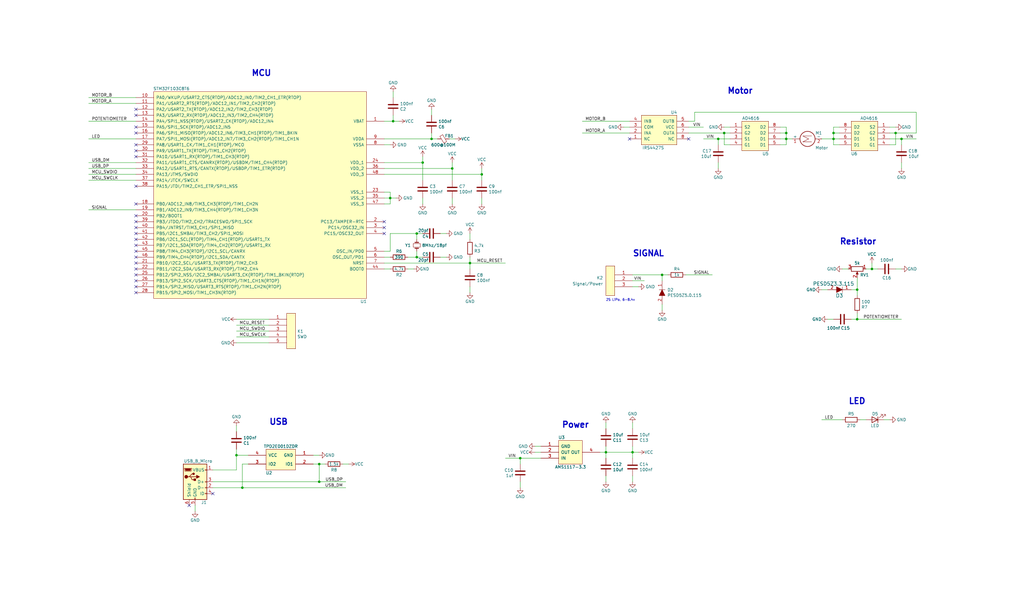
<source format=kicad_sch>
(kicad_sch (version 20211123) (generator eeschema)

  (uuid 852dabbf-de45-4470-8176-59d37a754407)

  (paper "User" 440.004 259.994)

  (title_block
    (date "2022-05-04")
  )

  (lib_symbols
    (symbol "Connector:USB_B_Micro" (pin_names (offset 1.016)) (in_bom yes) (on_board yes)
      (property "Reference" "J" (id 0) (at -5.08 11.43 0)
        (effects (font (size 1.27 1.27)) (justify left))
      )
      (property "Value" "USB_B_Micro" (id 1) (at -5.08 8.89 0)
        (effects (font (size 1.27 1.27)) (justify left))
      )
      (property "Footprint" "" (id 2) (at 3.81 -1.27 0)
        (effects (font (size 1.27 1.27)) hide)
      )
      (property "Datasheet" "~" (id 3) (at 3.81 -1.27 0)
        (effects (font (size 1.27 1.27)) hide)
      )
      (property "ki_keywords" "connector USB micro" (id 4) (at 0 0 0)
        (effects (font (size 1.27 1.27)) hide)
      )
      (property "ki_description" "USB Micro Type B connector" (id 5) (at 0 0 0)
        (effects (font (size 1.27 1.27)) hide)
      )
      (property "ki_fp_filters" "USB*" (id 6) (at 0 0 0)
        (effects (font (size 1.27 1.27)) hide)
      )
      (symbol "USB_B_Micro_0_1"
        (rectangle (start -5.08 -7.62) (end 5.08 7.62)
          (stroke (width 0.254) (type default) (color 0 0 0 0))
          (fill (type background))
        )
        (circle (center -3.81 2.159) (radius 0.635)
          (stroke (width 0.254) (type default) (color 0 0 0 0))
          (fill (type outline))
        )
        (circle (center -0.635 3.429) (radius 0.381)
          (stroke (width 0.254) (type default) (color 0 0 0 0))
          (fill (type outline))
        )
        (rectangle (start -0.127 -7.62) (end 0.127 -6.858)
          (stroke (width 0) (type default) (color 0 0 0 0))
          (fill (type none))
        )
        (polyline
          (pts
            (xy -1.905 2.159)
            (xy 0.635 2.159)
          )
          (stroke (width 0.254) (type default) (color 0 0 0 0))
          (fill (type none))
        )
        (polyline
          (pts
            (xy -3.175 2.159)
            (xy -2.54 2.159)
            (xy -1.27 3.429)
            (xy -0.635 3.429)
          )
          (stroke (width 0.254) (type default) (color 0 0 0 0))
          (fill (type none))
        )
        (polyline
          (pts
            (xy -2.54 2.159)
            (xy -1.905 2.159)
            (xy -1.27 0.889)
            (xy 0 0.889)
          )
          (stroke (width 0.254) (type default) (color 0 0 0 0))
          (fill (type none))
        )
        (polyline
          (pts
            (xy 0.635 2.794)
            (xy 0.635 1.524)
            (xy 1.905 2.159)
            (xy 0.635 2.794)
          )
          (stroke (width 0.254) (type default) (color 0 0 0 0))
          (fill (type outline))
        )
        (polyline
          (pts
            (xy -4.318 5.588)
            (xy -1.778 5.588)
            (xy -2.032 4.826)
            (xy -4.064 4.826)
            (xy -4.318 5.588)
          )
          (stroke (width 0) (type default) (color 0 0 0 0))
          (fill (type outline))
        )
        (polyline
          (pts
            (xy -4.699 5.842)
            (xy -4.699 5.588)
            (xy -4.445 4.826)
            (xy -4.445 4.572)
            (xy -1.651 4.572)
            (xy -1.651 4.826)
            (xy -1.397 5.588)
            (xy -1.397 5.842)
            (xy -4.699 5.842)
          )
          (stroke (width 0) (type default) (color 0 0 0 0))
          (fill (type none))
        )
        (rectangle (start 0.254 1.27) (end -0.508 0.508)
          (stroke (width 0.254) (type default) (color 0 0 0 0))
          (fill (type outline))
        )
        (rectangle (start 5.08 -5.207) (end 4.318 -4.953)
          (stroke (width 0) (type default) (color 0 0 0 0))
          (fill (type none))
        )
        (rectangle (start 5.08 -2.667) (end 4.318 -2.413)
          (stroke (width 0) (type default) (color 0 0 0 0))
          (fill (type none))
        )
        (rectangle (start 5.08 -0.127) (end 4.318 0.127)
          (stroke (width 0) (type default) (color 0 0 0 0))
          (fill (type none))
        )
        (rectangle (start 5.08 4.953) (end 4.318 5.207)
          (stroke (width 0) (type default) (color 0 0 0 0))
          (fill (type none))
        )
      )
      (symbol "USB_B_Micro_1_1"
        (pin power_out line (at 7.62 5.08 180) (length 2.54)
          (name "VBUS" (effects (font (size 1.27 1.27))))
          (number "1" (effects (font (size 1.27 1.27))))
        )
        (pin bidirectional line (at 7.62 -2.54 180) (length 2.54)
          (name "D-" (effects (font (size 1.27 1.27))))
          (number "2" (effects (font (size 1.27 1.27))))
        )
        (pin bidirectional line (at 7.62 0 180) (length 2.54)
          (name "D+" (effects (font (size 1.27 1.27))))
          (number "3" (effects (font (size 1.27 1.27))))
        )
        (pin passive line (at 7.62 -5.08 180) (length 2.54)
          (name "ID" (effects (font (size 1.27 1.27))))
          (number "4" (effects (font (size 1.27 1.27))))
        )
        (pin power_out line (at 0 -10.16 90) (length 2.54)
          (name "GND" (effects (font (size 1.27 1.27))))
          (number "5" (effects (font (size 1.27 1.27))))
        )
        (pin passive line (at -2.54 -10.16 90) (length 2.54)
          (name "Shield" (effects (font (size 1.27 1.27))))
          (number "6" (effects (font (size 1.27 1.27))))
        )
      )
    )
    (symbol "Device:C" (pin_numbers hide) (pin_names (offset 0.254)) (in_bom yes) (on_board yes)
      (property "Reference" "C" (id 0) (at 0.635 2.54 0)
        (effects (font (size 1.27 1.27)) (justify left))
      )
      (property "Value" "C" (id 1) (at 0.635 -2.54 0)
        (effects (font (size 1.27 1.27)) (justify left))
      )
      (property "Footprint" "" (id 2) (at 0.9652 -3.81 0)
        (effects (font (size 1.27 1.27)) hide)
      )
      (property "Datasheet" "~" (id 3) (at 0 0 0)
        (effects (font (size 1.27 1.27)) hide)
      )
      (property "ki_keywords" "cap capacitor" (id 4) (at 0 0 0)
        (effects (font (size 1.27 1.27)) hide)
      )
      (property "ki_description" "Unpolarized capacitor" (id 5) (at 0 0 0)
        (effects (font (size 1.27 1.27)) hide)
      )
      (property "ki_fp_filters" "C_*" (id 6) (at 0 0 0)
        (effects (font (size 1.27 1.27)) hide)
      )
      (symbol "C_0_1"
        (polyline
          (pts
            (xy -2.032 -0.762)
            (xy 2.032 -0.762)
          )
          (stroke (width 0.508) (type default) (color 0 0 0 0))
          (fill (type none))
        )
        (polyline
          (pts
            (xy -2.032 0.762)
            (xy 2.032 0.762)
          )
          (stroke (width 0.508) (type default) (color 0 0 0 0))
          (fill (type none))
        )
      )
      (symbol "C_1_1"
        (pin passive line (at 0 3.81 270) (length 2.794)
          (name "~" (effects (font (size 1.27 1.27))))
          (number "1" (effects (font (size 1.27 1.27))))
        )
        (pin passive line (at 0 -3.81 90) (length 2.794)
          (name "~" (effects (font (size 1.27 1.27))))
          (number "2" (effects (font (size 1.27 1.27))))
        )
      )
    )
    (symbol "Device:Crystal_Small" (pin_numbers hide) (pin_names (offset 1.016) hide) (in_bom yes) (on_board yes)
      (property "Reference" "Y" (id 0) (at 0 2.54 0)
        (effects (font (size 1.27 1.27)))
      )
      (property "Value" "Crystal_Small" (id 1) (at 0 -2.54 0)
        (effects (font (size 1.27 1.27)))
      )
      (property "Footprint" "" (id 2) (at 0 0 0)
        (effects (font (size 1.27 1.27)) hide)
      )
      (property "Datasheet" "~" (id 3) (at 0 0 0)
        (effects (font (size 1.27 1.27)) hide)
      )
      (property "ki_keywords" "quartz ceramic resonator oscillator" (id 4) (at 0 0 0)
        (effects (font (size 1.27 1.27)) hide)
      )
      (property "ki_description" "Two pin crystal, small symbol" (id 5) (at 0 0 0)
        (effects (font (size 1.27 1.27)) hide)
      )
      (property "ki_fp_filters" "Crystal*" (id 6) (at 0 0 0)
        (effects (font (size 1.27 1.27)) hide)
      )
      (symbol "Crystal_Small_0_1"
        (rectangle (start -0.762 -1.524) (end 0.762 1.524)
          (stroke (width 0) (type default) (color 0 0 0 0))
          (fill (type none))
        )
        (polyline
          (pts
            (xy -1.27 -0.762)
            (xy -1.27 0.762)
          )
          (stroke (width 0.381) (type default) (color 0 0 0 0))
          (fill (type none))
        )
        (polyline
          (pts
            (xy 1.27 -0.762)
            (xy 1.27 0.762)
          )
          (stroke (width 0.381) (type default) (color 0 0 0 0))
          (fill (type none))
        )
      )
      (symbol "Crystal_Small_1_1"
        (pin passive line (at -2.54 0 0) (length 1.27)
          (name "1" (effects (font (size 1.27 1.27))))
          (number "1" (effects (font (size 1.27 1.27))))
        )
        (pin passive line (at 2.54 0 180) (length 1.27)
          (name "2" (effects (font (size 1.27 1.27))))
          (number "2" (effects (font (size 1.27 1.27))))
        )
      )
    )
    (symbol "Device:FerriteBead_Small" (pin_numbers hide) (pin_names (offset 0)) (in_bom yes) (on_board yes)
      (property "Reference" "FB" (id 0) (at 1.905 1.27 0)
        (effects (font (size 1.27 1.27)) (justify left))
      )
      (property "Value" "FerriteBead_Small" (id 1) (at 1.905 -1.27 0)
        (effects (font (size 1.27 1.27)) (justify left))
      )
      (property "Footprint" "" (id 2) (at -1.778 0 90)
        (effects (font (size 1.27 1.27)) hide)
      )
      (property "Datasheet" "~" (id 3) (at 0 0 0)
        (effects (font (size 1.27 1.27)) hide)
      )
      (property "ki_keywords" "L ferrite bead inductor filter" (id 4) (at 0 0 0)
        (effects (font (size 1.27 1.27)) hide)
      )
      (property "ki_description" "Ferrite bead, small symbol" (id 5) (at 0 0 0)
        (effects (font (size 1.27 1.27)) hide)
      )
      (property "ki_fp_filters" "Inductor_* L_* *Ferrite*" (id 6) (at 0 0 0)
        (effects (font (size 1.27 1.27)) hide)
      )
      (symbol "FerriteBead_Small_0_1"
        (polyline
          (pts
            (xy 0 -1.27)
            (xy 0 -0.7874)
          )
          (stroke (width 0) (type default) (color 0 0 0 0))
          (fill (type none))
        )
        (polyline
          (pts
            (xy 0 0.889)
            (xy 0 1.2954)
          )
          (stroke (width 0) (type default) (color 0 0 0 0))
          (fill (type none))
        )
        (polyline
          (pts
            (xy -1.8288 0.2794)
            (xy -1.1176 1.4986)
            (xy 1.8288 -0.2032)
            (xy 1.1176 -1.4224)
            (xy -1.8288 0.2794)
          )
          (stroke (width 0) (type default) (color 0 0 0 0))
          (fill (type none))
        )
      )
      (symbol "FerriteBead_Small_1_1"
        (pin passive line (at 0 2.54 270) (length 1.27)
          (name "~" (effects (font (size 1.27 1.27))))
          (number "1" (effects (font (size 1.27 1.27))))
        )
        (pin passive line (at 0 -2.54 90) (length 1.27)
          (name "~" (effects (font (size 1.27 1.27))))
          (number "2" (effects (font (size 1.27 1.27))))
        )
      )
    )
    (symbol "Device:LED" (pin_numbers hide) (pin_names (offset 1.016) hide) (in_bom yes) (on_board yes)
      (property "Reference" "D" (id 0) (at 0 2.54 0)
        (effects (font (size 1.27 1.27)))
      )
      (property "Value" "LED" (id 1) (at 0 -2.54 0)
        (effects (font (size 1.27 1.27)))
      )
      (property "Footprint" "" (id 2) (at 0 0 0)
        (effects (font (size 1.27 1.27)) hide)
      )
      (property "Datasheet" "~" (id 3) (at 0 0 0)
        (effects (font (size 1.27 1.27)) hide)
      )
      (property "ki_keywords" "LED diode" (id 4) (at 0 0 0)
        (effects (font (size 1.27 1.27)) hide)
      )
      (property "ki_description" "Light emitting diode" (id 5) (at 0 0 0)
        (effects (font (size 1.27 1.27)) hide)
      )
      (property "ki_fp_filters" "LED* LED_SMD:* LED_THT:*" (id 6) (at 0 0 0)
        (effects (font (size 1.27 1.27)) hide)
      )
      (symbol "LED_0_1"
        (polyline
          (pts
            (xy -1.27 -1.27)
            (xy -1.27 1.27)
          )
          (stroke (width 0.254) (type default) (color 0 0 0 0))
          (fill (type none))
        )
        (polyline
          (pts
            (xy -1.27 0)
            (xy 1.27 0)
          )
          (stroke (width 0) (type default) (color 0 0 0 0))
          (fill (type none))
        )
        (polyline
          (pts
            (xy 1.27 -1.27)
            (xy 1.27 1.27)
            (xy -1.27 0)
            (xy 1.27 -1.27)
          )
          (stroke (width 0.254) (type default) (color 0 0 0 0))
          (fill (type none))
        )
        (polyline
          (pts
            (xy -3.048 -0.762)
            (xy -4.572 -2.286)
            (xy -3.81 -2.286)
            (xy -4.572 -2.286)
            (xy -4.572 -1.524)
          )
          (stroke (width 0) (type default) (color 0 0 0 0))
          (fill (type none))
        )
        (polyline
          (pts
            (xy -1.778 -0.762)
            (xy -3.302 -2.286)
            (xy -2.54 -2.286)
            (xy -3.302 -2.286)
            (xy -3.302 -1.524)
          )
          (stroke (width 0) (type default) (color 0 0 0 0))
          (fill (type none))
        )
      )
      (symbol "LED_1_1"
        (pin passive line (at -3.81 0 0) (length 2.54)
          (name "K" (effects (font (size 1.27 1.27))))
          (number "1" (effects (font (size 1.27 1.27))))
        )
        (pin passive line (at 3.81 0 180) (length 2.54)
          (name "A" (effects (font (size 1.27 1.27))))
          (number "2" (effects (font (size 1.27 1.27))))
        )
      )
    )
    (symbol "Device:R" (pin_numbers hide) (pin_names (offset 0)) (in_bom yes) (on_board yes)
      (property "Reference" "R" (id 0) (at 2.032 0 90)
        (effects (font (size 1.27 1.27)))
      )
      (property "Value" "R" (id 1) (at 0 0 90)
        (effects (font (size 1.27 1.27)))
      )
      (property "Footprint" "" (id 2) (at -1.778 0 90)
        (effects (font (size 1.27 1.27)) hide)
      )
      (property "Datasheet" "~" (id 3) (at 0 0 0)
        (effects (font (size 1.27 1.27)) hide)
      )
      (property "ki_keywords" "R res resistor" (id 4) (at 0 0 0)
        (effects (font (size 1.27 1.27)) hide)
      )
      (property "ki_description" "Resistor" (id 5) (at 0 0 0)
        (effects (font (size 1.27 1.27)) hide)
      )
      (property "ki_fp_filters" "R_*" (id 6) (at 0 0 0)
        (effects (font (size 1.27 1.27)) hide)
      )
      (symbol "R_0_1"
        (rectangle (start -1.016 -2.54) (end 1.016 2.54)
          (stroke (width 0.254) (type default) (color 0 0 0 0))
          (fill (type none))
        )
      )
      (symbol "R_1_1"
        (pin passive line (at 0 3.81 270) (length 1.27)
          (name "~" (effects (font (size 1.27 1.27))))
          (number "1" (effects (font (size 1.27 1.27))))
        )
        (pin passive line (at 0 -3.81 90) (length 1.27)
          (name "~" (effects (font (size 1.27 1.27))))
          (number "2" (effects (font (size 1.27 1.27))))
        )
      )
    )
    (symbol "Device:R_Potentiometer" (pin_names (offset 1.016) hide) (in_bom yes) (on_board yes)
      (property "Reference" "RV" (id 0) (at -4.445 0 90)
        (effects (font (size 1.27 1.27)))
      )
      (property "Value" "R_Potentiometer" (id 1) (at -2.54 0 90)
        (effects (font (size 1.27 1.27)))
      )
      (property "Footprint" "" (id 2) (at 0 0 0)
        (effects (font (size 1.27 1.27)) hide)
      )
      (property "Datasheet" "~" (id 3) (at 0 0 0)
        (effects (font (size 1.27 1.27)) hide)
      )
      (property "ki_keywords" "resistor variable" (id 4) (at 0 0 0)
        (effects (font (size 1.27 1.27)) hide)
      )
      (property "ki_description" "Potentiometer" (id 5) (at 0 0 0)
        (effects (font (size 1.27 1.27)) hide)
      )
      (property "ki_fp_filters" "Potentiometer*" (id 6) (at 0 0 0)
        (effects (font (size 1.27 1.27)) hide)
      )
      (symbol "R_Potentiometer_0_1"
        (polyline
          (pts
            (xy 2.54 0)
            (xy 1.524 0)
          )
          (stroke (width 0) (type default) (color 0 0 0 0))
          (fill (type none))
        )
        (polyline
          (pts
            (xy 1.143 0)
            (xy 2.286 0.508)
            (xy 2.286 -0.508)
            (xy 1.143 0)
          )
          (stroke (width 0) (type default) (color 0 0 0 0))
          (fill (type outline))
        )
        (rectangle (start 1.016 2.54) (end -1.016 -2.54)
          (stroke (width 0.254) (type default) (color 0 0 0 0))
          (fill (type none))
        )
      )
      (symbol "R_Potentiometer_1_1"
        (pin passive line (at 0 3.81 270) (length 1.27)
          (name "1" (effects (font (size 1.27 1.27))))
          (number "1" (effects (font (size 1.27 1.27))))
        )
        (pin passive line (at 3.81 0 180) (length 1.27)
          (name "2" (effects (font (size 1.27 1.27))))
          (number "2" (effects (font (size 1.27 1.27))))
        )
        (pin passive line (at 0 -3.81 90) (length 1.27)
          (name "3" (effects (font (size 1.27 1.27))))
          (number "3" (effects (font (size 1.27 1.27))))
        )
      )
    )
    (symbol "Motor:Motor_DC" (pin_names (offset 0)) (in_bom yes) (on_board yes)
      (property "Reference" "M" (id 0) (at 2.54 2.54 0)
        (effects (font (size 1.27 1.27)) (justify left))
      )
      (property "Value" "Motor_DC" (id 1) (at 2.54 -5.08 0)
        (effects (font (size 1.27 1.27)) (justify left top))
      )
      (property "Footprint" "" (id 2) (at 0 -2.286 0)
        (effects (font (size 1.27 1.27)) hide)
      )
      (property "Datasheet" "~" (id 3) (at 0 -2.286 0)
        (effects (font (size 1.27 1.27)) hide)
      )
      (property "ki_keywords" "DC Motor" (id 4) (at 0 0 0)
        (effects (font (size 1.27 1.27)) hide)
      )
      (property "ki_description" "DC Motor" (id 5) (at 0 0 0)
        (effects (font (size 1.27 1.27)) hide)
      )
      (property "ki_fp_filters" "PinHeader*P2.54mm* TerminalBlock*" (id 6) (at 0 0 0)
        (effects (font (size 1.27 1.27)) hide)
      )
      (symbol "Motor_DC_0_0"
        (polyline
          (pts
            (xy -1.27 -3.302)
            (xy -1.27 0.508)
            (xy 0 -2.032)
            (xy 1.27 0.508)
            (xy 1.27 -3.302)
          )
          (stroke (width 0) (type default) (color 0 0 0 0))
          (fill (type none))
        )
      )
      (symbol "Motor_DC_0_1"
        (circle (center 0 -1.524) (radius 3.2512)
          (stroke (width 0.254) (type default) (color 0 0 0 0))
          (fill (type none))
        )
        (polyline
          (pts
            (xy 0 -7.62)
            (xy 0 -7.112)
          )
          (stroke (width 0) (type default) (color 0 0 0 0))
          (fill (type none))
        )
        (polyline
          (pts
            (xy 0 -4.7752)
            (xy 0 -5.1816)
          )
          (stroke (width 0) (type default) (color 0 0 0 0))
          (fill (type none))
        )
        (polyline
          (pts
            (xy 0 1.7272)
            (xy 0 2.0828)
          )
          (stroke (width 0) (type default) (color 0 0 0 0))
          (fill (type none))
        )
        (polyline
          (pts
            (xy 0 2.032)
            (xy 0 2.54)
          )
          (stroke (width 0) (type default) (color 0 0 0 0))
          (fill (type none))
        )
      )
      (symbol "Motor_DC_1_1"
        (pin passive line (at 0 5.08 270) (length 2.54)
          (name "+" (effects (font (size 1.27 1.27))))
          (number "1" (effects (font (size 1.27 1.27))))
        )
        (pin passive line (at 0 -7.62 90) (length 2.54)
          (name "-" (effects (font (size 1.27 1.27))))
          (number "2" (effects (font (size 1.27 1.27))))
        )
      )
    )
    (symbol "Rocket-Scientist:AMS1117-3.3" (pin_names (offset 1.016)) (in_bom yes) (on_board yes)
      (property "Reference" "U" (id 0) (at -5.08 5.715 0)
        (effects (font (size 1.27 1.27)) (justify left bottom))
      )
      (property "Value" "AMS1117-3.3" (id 1) (at 0 -5.715 0)
        (effects (font (size 1.27 1.27)) (justify top))
      )
      (property "Footprint" "" (id 2) (at -6.35 44.45 0)
        (effects (font (size 1.524 1.524)))
      )
      (property "Datasheet" "" (id 3) (at -6.35 44.45 0)
        (effects (font (size 1.524 1.524)))
      )
      (symbol "AMS1117-3.3_0_1"
        (rectangle (start -5.08 5.08) (end 5.08 -5.08)
          (stroke (width 0) (type default) (color 0 0 0 0))
          (fill (type background))
        )
      )
      (symbol "AMS1117-3.3_1_1"
        (pin input line (at -12.7 2.54 0) (length 7.62)
          (name "GND" (effects (font (size 1.27 1.27))))
          (number "1" (effects (font (size 1.27 1.27))))
        )
        (pin input line (at -12.7 0 0) (length 7.62)
          (name "OUT" (effects (font (size 1.27 1.27))))
          (number "2" (effects (font (size 1.27 1.27))))
        )
        (pin input line (at -12.7 -2.54 0) (length 7.62)
          (name "IN" (effects (font (size 1.27 1.27))))
          (number "3" (effects (font (size 1.27 1.27))))
        )
        (pin input line (at 12.7 0 180) (length 7.62)
          (name "OUT" (effects (font (size 1.27 1.27))))
          (number "4" (effects (font (size 1.27 1.27))))
        )
      )
    )
    (symbol "Rocket-Scientist:AO4616" (pin_names (offset 1.016)) (in_bom yes) (on_board yes)
      (property "Reference" "U" (id 0) (at 10.16 -11.43 0)
        (effects (font (size 1.27 1.27)))
      )
      (property "Value" "AO4616" (id 1) (at 3.81 3.81 0)
        (effects (font (size 1.27 1.27)))
      )
      (property "Footprint" "" (id 2) (at 0 0 0)
        (effects (font (size 1.27 1.27)) hide)
      )
      (property "Datasheet" "" (id 3) (at 0 0 0)
        (effects (font (size 1.27 1.27)) hide)
      )
      (symbol "AO4616_0_1"
        (rectangle (start 0 2.54) (end 11.43 -10.16)
          (stroke (width 0) (type default) (color 0 0 0 0))
          (fill (type background))
        )
      )
      (symbol "AO4616_1_1"
        (pin passive line (at -5.08 0 0) (length 5.08)
          (name "S2" (effects (font (size 1.27 1.27))))
          (number "1" (effects (font (size 1.27 1.27))))
        )
        (pin passive line (at -5.08 -2.54 0) (length 5.08)
          (name "G2" (effects (font (size 1.27 1.27))))
          (number "2" (effects (font (size 1.27 1.27))))
        )
        (pin passive line (at -5.08 -5.08 0) (length 5.08)
          (name "S1" (effects (font (size 1.27 1.27))))
          (number "3" (effects (font (size 1.27 1.27))))
        )
        (pin passive line (at -5.08 -7.62 0) (length 5.08)
          (name "G1" (effects (font (size 1.27 1.27))))
          (number "4" (effects (font (size 1.27 1.27))))
        )
        (pin passive line (at 16.51 -7.62 180) (length 5.08)
          (name "D1" (effects (font (size 1.27 1.27))))
          (number "5" (effects (font (size 1.27 1.27))))
        )
        (pin passive line (at 16.51 -5.08 180) (length 5.08)
          (name "D1" (effects (font (size 1.27 1.27))))
          (number "6" (effects (font (size 1.27 1.27))))
        )
        (pin passive line (at 16.51 -2.54 180) (length 5.08)
          (name "D2" (effects (font (size 1.27 1.27))))
          (number "7" (effects (font (size 1.27 1.27))))
        )
        (pin passive line (at 16.51 0 180) (length 5.08)
          (name "D2" (effects (font (size 1.27 1.27))))
          (number "8" (effects (font (size 1.27 1.27))))
        )
      )
    )
    (symbol "Rocket-Scientist:CONN_SIL_3" (pin_names (offset 1.016) hide) (in_bom yes) (on_board yes)
      (property "Reference" "K" (id 0) (at 3.81 -6.985 0)
        (effects (font (size 1.27 1.27)) (justify right top))
      )
      (property "Value" "CONN_SIL_3" (id 1) (at 1.905 0 90)
        (effects (font (size 1.27 1.27)))
      )
      (property "Footprint" "" (id 2) (at 0 8.89 0)
        (effects (font (size 2.54 2.54)) hide)
      )
      (property "Datasheet" "" (id 3) (at 0 8.89 0)
        (effects (font (size 2.54 2.54)) hide)
      )
      (symbol "CONN_SIL_3_0_1"
        (rectangle (start 0 6.35) (end 3.81 -6.35)
          (stroke (width 0) (type default) (color 0 0 0 0))
          (fill (type background))
        )
      )
      (symbol "CONN_SIL_3_1_1"
        (pin passive line (at -7.62 2.54 0) (length 7.62)
          (name "~" (effects (font (size 1.27 1.27))))
          (number "1" (effects (font (size 1.27 1.27))))
        )
        (pin passive line (at -7.62 0 0) (length 7.62)
          (name "~" (effects (font (size 1.27 1.27))))
          (number "2" (effects (font (size 1.27 1.27))))
        )
        (pin passive line (at -7.62 -2.54 0) (length 7.62)
          (name "~" (effects (font (size 1.27 1.27))))
          (number "3" (effects (font (size 1.27 1.27))))
        )
      )
    )
    (symbol "Rocket-Scientist:CONN_SIL_5" (pin_names (offset 1.016) hide) (in_bom yes) (on_board yes)
      (property "Reference" "K" (id 0) (at 3.81 -8.255 0)
        (effects (font (size 1.27 1.27)) (justify right top))
      )
      (property "Value" "CONN_SIL_5" (id 1) (at 1.905 0 90)
        (effects (font (size 1.27 1.27)))
      )
      (property "Footprint" "" (id 2) (at 0 8.89 0)
        (effects (font (size 2.54 2.54)) hide)
      )
      (property "Datasheet" "" (id 3) (at 0 8.89 0)
        (effects (font (size 2.54 2.54)) hide)
      )
      (symbol "CONN_SIL_5_0_1"
        (rectangle (start 0 7.62) (end 3.81 -7.62)
          (stroke (width 0) (type default) (color 0 0 0 0))
          (fill (type background))
        )
      )
      (symbol "CONN_SIL_5_1_1"
        (pin passive line (at -7.62 5.08 0) (length 7.62)
          (name "~" (effects (font (size 1.27 1.27))))
          (number "1" (effects (font (size 1.27 1.27))))
        )
        (pin passive line (at -7.62 2.54 0) (length 7.62)
          (name "~" (effects (font (size 1.27 1.27))))
          (number "2" (effects (font (size 1.27 1.27))))
        )
        (pin passive line (at -7.62 0 0) (length 7.62)
          (name "~" (effects (font (size 1.27 1.27))))
          (number "3" (effects (font (size 1.27 1.27))))
        )
        (pin passive line (at -7.62 -2.54 0) (length 7.62)
          (name "~" (effects (font (size 1.27 1.27))))
          (number "4" (effects (font (size 1.27 1.27))))
        )
        (pin passive line (at -7.62 -5.08 0) (length 7.62)
          (name "~" (effects (font (size 1.27 1.27))))
          (number "5" (effects (font (size 1.27 1.27))))
        )
      )
    )
    (symbol "Rocket-Scientist:Diode" (pin_names (offset 1.016) hide) (in_bom yes) (on_board yes)
      (property "Reference" "D" (id 0) (at 0 -2.54 0)
        (effects (font (size 1.27 1.27)))
      )
      (property "Value" "Diode" (id 1) (at 0 3.175 0)
        (effects (font (size 1.27 1.27)))
      )
      (property "Footprint" "" (id 2) (at 0 2.54 0)
        (effects (font (size 1.27 1.27)) hide)
      )
      (property "Datasheet" "" (id 3) (at 0 2.54 0)
        (effects (font (size 1.27 1.27)) hide)
      )
      (symbol "Diode_0_1"
        (polyline
          (pts
            (xy -1.27 1.27)
            (xy -1.27 -1.27)
          )
          (stroke (width 0) (type default) (color 0 0 0 0))
          (fill (type none))
        )
        (polyline
          (pts
            (xy -1.27 0)
            (xy 1.27 -1.27)
            (xy 1.27 1.27)
            (xy -1.27 0)
          )
          (stroke (width 0) (type default) (color 0 0 0 0))
          (fill (type outline))
        )
      )
      (symbol "Diode_1_1"
        (pin input line (at -5.08 0 0) (length 3.81)
          (name "~" (effects (font (size 1.27 1.27))))
          (number "1" (effects (font (size 1.27 1.27))))
        )
        (pin input line (at 5.08 0 180) (length 3.81)
          (name "~" (effects (font (size 1.27 1.27))))
          (number "2" (effects (font (size 1.27 1.27))))
        )
      )
    )
    (symbol "Rocket-Scientist:IRS4426S" (pin_names (offset 1.016)) (in_bom yes) (on_board yes)
      (property "Reference" "U" (id 0) (at 13.335 -11.43 0)
        (effects (font (size 1.27 1.27)))
      )
      (property "Value" "IRS4426S" (id 1) (at 4.445 3.81 0)
        (effects (font (size 1.27 1.27)))
      )
      (property "Footprint" "" (id 2) (at 0 0 0)
        (effects (font (size 1.27 1.27)) hide)
      )
      (property "Datasheet" "" (id 3) (at 0 0 0)
        (effects (font (size 1.27 1.27)) hide)
      )
      (symbol "IRS4426S_0_1"
        (rectangle (start 0 2.54) (end 15.24 -10.16)
          (stroke (width 0) (type default) (color 0 0 0 0))
          (fill (type background))
        )
      )
      (symbol "IRS4426S_1_1"
        (pin input line (at -5.08 0 0) (length 5.08)
          (name "NC" (effects (font (size 1.27 1.27))))
          (number "1" (effects (font (size 1.27 1.27))))
        )
        (pin input line (at -5.08 -2.54 0) (length 5.08)
          (name "INA" (effects (font (size 1.27 1.27))))
          (number "2" (effects (font (size 1.27 1.27))))
        )
        (pin input line (at -5.08 -5.08 0) (length 5.08)
          (name "COM" (effects (font (size 1.27 1.27))))
          (number "3" (effects (font (size 1.27 1.27))))
        )
        (pin input line (at -5.08 -7.62 0) (length 5.08)
          (name "INB" (effects (font (size 1.27 1.27))))
          (number "4" (effects (font (size 1.27 1.27))))
        )
        (pin input line (at 20.32 -7.62 180) (length 5.08)
          (name "OUTB" (effects (font (size 1.27 1.27))))
          (number "5" (effects (font (size 1.27 1.27))))
        )
        (pin input line (at 20.32 -5.08 180) (length 5.08)
          (name "VCC" (effects (font (size 1.27 1.27))))
          (number "6" (effects (font (size 1.27 1.27))))
        )
        (pin input line (at 20.32 -2.54 180) (length 5.08)
          (name "OUTA" (effects (font (size 1.27 1.27))))
          (number "7" (effects (font (size 1.27 1.27))))
        )
        (pin input line (at 20.32 0 180) (length 5.08)
          (name "NC" (effects (font (size 1.27 1.27))))
          (number "8" (effects (font (size 1.27 1.27))))
        )
      )
    )
    (symbol "Rocket-Scientist:STM32F103C8Tx" (pin_names (offset 1.016)) (in_bom yes) (on_board yes)
      (property "Reference" "U1" (id 0) (at 48.26 -55.88 0)
        (effects (font (size 1.27 1.27)))
      )
      (property "Value" "STM32F103C8Tx" (id 1) (at -34.29 35.56 0)
        (effects (font (size 1.27 1.27)))
      )
      (property "Footprint" "ServoController:LQFP-48" (id 2) (at 49.53 34.925 0)
        (effects (font (size 1.524 1.524)) (justify right bottom) hide)
      )
      (property "Datasheet" "$(KIPRJMOD)/../Libraries/Datasheets/stm32f103x8-xB.pdf" (id 3) (at -35.56 46.99 0)
        (effects (font (size 1.524 1.524)) hide)
      )
      (property "ki_keywords" "ARM Cortex-M3 STM32F1 STM32F103" (id 4) (at 0 0 0)
        (effects (font (size 1.27 1.27)) hide)
      )
      (property "ki_description" "ARM Cortex-M3 MCU, 64KB flash, 20KB RAM, 72MHz, 2-3.6V, 37 GPIO, LQFP-48" (id 5) (at 0 0 0)
        (effects (font (size 1.27 1.27)) hide)
      )
      (property "ki_fp_filters" "LQFP*7x7mm*P0.5mm*" (id 6) (at 0 0 0)
        (effects (font (size 1.27 1.27)) hide)
      )
      (symbol "STM32F103C8Tx_0_1"
        (rectangle (start -41.91 -54.61) (end 49.53 34.29)
          (stroke (width 0) (type default) (color 0 0 0 0))
          (fill (type background))
        )
      )
      (symbol "STM32F103C8Tx_1_1"
        (pin power_in line (at 57.15 21.59 180) (length 7.62)
          (name "VBAT" (effects (font (size 1.27 1.27))))
          (number "1" (effects (font (size 1.27 1.27))))
        )
        (pin bidirectional line (at -49.53 31.75 0) (length 7.62)
          (name "PA0/WKUP/USART2_CTS(RTOP)/ADC12_IN0/TIM2_CH1_ETR(RTOP)" (effects (font (size 1.27 1.27))))
          (number "10" (effects (font (size 1.27 1.27))))
        )
        (pin bidirectional line (at -49.53 29.21 0) (length 7.62)
          (name "PA1/USART2_RTS(RTOP)/ADC12_IN1/TIM2_CH2(RTOP)" (effects (font (size 1.27 1.27))))
          (number "11" (effects (font (size 1.27 1.27))))
        )
        (pin bidirectional line (at -49.53 26.67 0) (length 7.62)
          (name "PA2/USART2_TX(RTOP)/ADC12_IN2/TIM2_CH3(RTOP)" (effects (font (size 1.27 1.27))))
          (number "12" (effects (font (size 1.27 1.27))))
        )
        (pin bidirectional line (at -49.53 24.13 0) (length 7.62)
          (name "PA3/USART2_RX(RTOP)/ADC12_IN3/TIM2_CH4(RTOP)" (effects (font (size 1.27 1.27))))
          (number "13" (effects (font (size 1.27 1.27))))
        )
        (pin bidirectional line (at -49.53 21.59 0) (length 7.62)
          (name "PA4/SPI1_NSS(RTOP)/USART2_CK(RTOP)/ADC12_IN4" (effects (font (size 1.27 1.27))))
          (number "14" (effects (font (size 1.27 1.27))))
        )
        (pin bidirectional line (at -49.53 19.05 0) (length 7.62)
          (name "PA5/SPI1_SCK(RTOP)/ADC12_IN5" (effects (font (size 1.27 1.27))))
          (number "15" (effects (font (size 1.27 1.27))))
        )
        (pin bidirectional line (at -49.53 16.51 0) (length 7.62)
          (name "PA6/SPI1_MISO(RTOP)/ADC12_IN6/TIM3_CH1(RTOP)/TIM1_BKIN" (effects (font (size 1.27 1.27))))
          (number "16" (effects (font (size 1.27 1.27))))
        )
        (pin bidirectional line (at -49.53 13.97 0) (length 7.62)
          (name "PA7/SPI1_MOSI(RTOP)/ADC12_IN7/TIM3_CH2(RTOP)/TIM1_CH1N" (effects (font (size 1.27 1.27))))
          (number "17" (effects (font (size 1.27 1.27))))
        )
        (pin bidirectional line (at -49.53 -13.97 0) (length 7.62)
          (name "PB0/ADC12_IN8/TIM3_CH3(RTOP)/TIM1_CH2N" (effects (font (size 1.27 1.27))))
          (number "18" (effects (font (size 1.27 1.27))))
        )
        (pin bidirectional line (at -49.53 -16.51 0) (length 7.62)
          (name "PB1/ADC12_IN9/TIM3_CH4(RTOP)/TIM1_CH3N" (effects (font (size 1.27 1.27))))
          (number "19" (effects (font (size 1.27 1.27))))
        )
        (pin bidirectional line (at 57.15 -21.59 180) (length 7.62)
          (name "PC13/TAMPER-RTC" (effects (font (size 1.27 1.27))))
          (number "2" (effects (font (size 1.27 1.27))))
        )
        (pin bidirectional line (at -49.53 -19.05 0) (length 7.62)
          (name "PB2/BOOT1" (effects (font (size 1.27 1.27))))
          (number "20" (effects (font (size 1.27 1.27))))
        )
        (pin bidirectional line (at -49.53 -39.37 0) (length 7.62)
          (name "PB10/I2C2_SCL/USART3_TX(RTOP)/TIM2_CH3" (effects (font (size 1.27 1.27))))
          (number "21" (effects (font (size 1.27 1.27))))
        )
        (pin bidirectional line (at -49.53 -41.91 0) (length 7.62)
          (name "PB11/I2C2_SDA/USART3_RX(RTOP)/TIM2_CH4" (effects (font (size 1.27 1.27))))
          (number "22" (effects (font (size 1.27 1.27))))
        )
        (pin power_in line (at 57.15 -8.89 180) (length 7.62)
          (name "VSS_1" (effects (font (size 1.27 1.27))))
          (number "23" (effects (font (size 1.27 1.27))))
        )
        (pin power_in line (at 57.15 3.81 180) (length 7.62)
          (name "VDD_1" (effects (font (size 1.27 1.27))))
          (number "24" (effects (font (size 1.27 1.27))))
        )
        (pin bidirectional line (at -49.53 -44.45 0) (length 7.62)
          (name "PB12/SPI2_NSS/I2C2_SMBAl/USART3_CK(RTOP)/TIM1_BKIN(RTOP)" (effects (font (size 1.27 1.27))))
          (number "25" (effects (font (size 1.27 1.27))))
        )
        (pin bidirectional line (at -49.53 -46.99 0) (length 7.62)
          (name "PB13/SPI2_SCK/USART3_CTS(RTOP)/TIM1_CH1N(RTOP)" (effects (font (size 1.27 1.27))))
          (number "26" (effects (font (size 1.27 1.27))))
        )
        (pin bidirectional line (at -49.53 -49.53 0) (length 7.62)
          (name "PB14/SPI2_MISO/USART3_RTS(RTOP)/TIM1_CH2N(RTOP)" (effects (font (size 1.27 1.27))))
          (number "27" (effects (font (size 1.27 1.27))))
        )
        (pin bidirectional line (at -49.53 -52.07 0) (length 7.62)
          (name "PB15/SPI2_MOSI/TIM1_CH3N(RTOP)" (effects (font (size 1.27 1.27))))
          (number "28" (effects (font (size 1.27 1.27))))
        )
        (pin bidirectional line (at -49.53 11.43 0) (length 7.62)
          (name "PA8/USART1_CK/TIM1_CH1(RTOP)/MCO" (effects (font (size 1.27 1.27))))
          (number "29" (effects (font (size 1.27 1.27))))
        )
        (pin bidirectional line (at 57.15 -24.13 180) (length 7.62)
          (name "PC14/OSC32_IN" (effects (font (size 1.27 1.27))))
          (number "3" (effects (font (size 1.27 1.27))))
        )
        (pin bidirectional line (at -49.53 8.89 0) (length 7.62)
          (name "PA9/USART1_TX(RTOP)/TIM1_CH2(RTOP)" (effects (font (size 1.27 1.27))))
          (number "30" (effects (font (size 1.27 1.27))))
        )
        (pin bidirectional line (at -49.53 6.35 0) (length 7.62)
          (name "PA10/USART1_RX(RTOP)/TIM1_CH3(RTOP)" (effects (font (size 1.27 1.27))))
          (number "31" (effects (font (size 1.27 1.27))))
        )
        (pin bidirectional line (at -49.53 3.81 0) (length 7.62)
          (name "PA11/USART1_CTS/CANRX(RTOP)/USBDM/TIM1_CH4(RTOP)" (effects (font (size 1.27 1.27))))
          (number "32" (effects (font (size 1.27 1.27))))
        )
        (pin bidirectional line (at -49.53 1.27 0) (length 7.62)
          (name "PA12/USART1_RTS/CANTX(RTOP)/USBDP/TIM1_ETR(RTOP)" (effects (font (size 1.27 1.27))))
          (number "33" (effects (font (size 1.27 1.27))))
        )
        (pin bidirectional line (at -49.53 -1.27 0) (length 7.62)
          (name "PA13/JTMS/SWDIO" (effects (font (size 1.27 1.27))))
          (number "34" (effects (font (size 1.27 1.27))))
        )
        (pin power_in line (at 57.15 -11.43 180) (length 7.62)
          (name "VSS_2" (effects (font (size 1.27 1.27))))
          (number "35" (effects (font (size 1.27 1.27))))
        )
        (pin power_in line (at 57.15 1.27 180) (length 7.62)
          (name "VDD_2" (effects (font (size 1.27 1.27))))
          (number "36" (effects (font (size 1.27 1.27))))
        )
        (pin bidirectional line (at -49.53 -3.81 0) (length 7.62)
          (name "PA14/JTCK/SWCLK" (effects (font (size 1.27 1.27))))
          (number "37" (effects (font (size 1.27 1.27))))
        )
        (pin bidirectional line (at -49.53 -6.35 0) (length 7.62)
          (name "PA15/JTDI/TIM2_CH1_ETR/SPI1_NSS" (effects (font (size 1.27 1.27))))
          (number "38" (effects (font (size 1.27 1.27))))
        )
        (pin bidirectional line (at -49.53 -21.59 0) (length 7.62)
          (name "PB3/JTDO/TIM2_CH2/TRACESWO/SPI1_SCK" (effects (font (size 1.27 1.27))))
          (number "39" (effects (font (size 1.27 1.27))))
        )
        (pin bidirectional line (at 57.15 -26.67 180) (length 7.62)
          (name "PC15/OSC32_OUT" (effects (font (size 1.27 1.27))))
          (number "4" (effects (font (size 1.27 1.27))))
        )
        (pin bidirectional line (at -49.53 -24.13 0) (length 7.62)
          (name "PB4/JNTRST/TIM3_CH1/SPI1_MISO" (effects (font (size 1.27 1.27))))
          (number "40" (effects (font (size 1.27 1.27))))
        )
        (pin bidirectional line (at -49.53 -26.67 0) (length 7.62)
          (name "PB5/I2C1_SMBAI/TIM3_CH2/SPI1_MOSI" (effects (font (size 1.27 1.27))))
          (number "41" (effects (font (size 1.27 1.27))))
        )
        (pin bidirectional line (at -49.53 -29.21 0) (length 7.62)
          (name "PB6/I2C1_SCL(RTOP)/TIM4_CH1(RTOP)/USART1_TX" (effects (font (size 1.27 1.27))))
          (number "42" (effects (font (size 1.27 1.27))))
        )
        (pin bidirectional line (at -49.53 -31.75 0) (length 7.62)
          (name "PB7/I2C1_SDA(RTOP)/TIM4_CH2(RTOP)/USART1_RX" (effects (font (size 1.27 1.27))))
          (number "43" (effects (font (size 1.27 1.27))))
        )
        (pin input line (at 57.15 -41.91 180) (length 7.62)
          (name "BOOT0" (effects (font (size 1.27 1.27))))
          (number "44" (effects (font (size 1.27 1.27))))
        )
        (pin bidirectional line (at -49.53 -34.29 0) (length 7.62)
          (name "PB8/TIM4_CH3(RTOP)/I2C1_SCL/CANRX" (effects (font (size 1.27 1.27))))
          (number "45" (effects (font (size 1.27 1.27))))
        )
        (pin bidirectional line (at -49.53 -36.83 0) (length 7.62)
          (name "PB9/TIM4_CH4(RTOP)/I2C1_SDA/CANTX" (effects (font (size 1.27 1.27))))
          (number "46" (effects (font (size 1.27 1.27))))
        )
        (pin power_in line (at 57.15 -13.97 180) (length 7.62)
          (name "VSS_3" (effects (font (size 1.27 1.27))))
          (number "47" (effects (font (size 1.27 1.27))))
        )
        (pin power_in line (at 57.15 -1.27 180) (length 7.62)
          (name "VDD_3" (effects (font (size 1.27 1.27))))
          (number "48" (effects (font (size 1.27 1.27))))
        )
        (pin bidirectional line (at 57.15 -34.29 180) (length 7.62)
          (name "OSC_IN/PD0" (effects (font (size 1.27 1.27))))
          (number "5" (effects (font (size 1.27 1.27))))
        )
        (pin bidirectional line (at 57.15 -36.83 180) (length 7.62)
          (name "OSC_OUT/PD1" (effects (font (size 1.27 1.27))))
          (number "6" (effects (font (size 1.27 1.27))))
        )
        (pin input line (at 57.15 -39.37 180) (length 7.62)
          (name "NRST" (effects (font (size 1.27 1.27))))
          (number "7" (effects (font (size 1.27 1.27))))
        )
        (pin power_in line (at 57.15 11.43 180) (length 7.62)
          (name "VSSA" (effects (font (size 1.27 1.27))))
          (number "8" (effects (font (size 1.27 1.27))))
        )
        (pin power_in line (at 57.15 13.97 180) (length 7.62)
          (name "VDDA" (effects (font (size 1.27 1.27))))
          (number "9" (effects (font (size 1.27 1.27))))
        )
      )
    )
    (symbol "Rocket-Scientist:TPD2E001DZDR" (pin_names (offset 1.016)) (in_bom yes) (on_board yes)
      (property "Reference" "U" (id 0) (at 6.35 -5.715 0)
        (effects (font (size 1.27 1.27)) (justify right top))
      )
      (property "Value" "TPD2E001DZDR" (id 1) (at 0 4.445 0)
        (effects (font (size 1.27 1.27)) (justify bottom))
      )
      (property "Footprint" "" (id 2) (at -6.35 5.08 0)
        (effects (font (size 1.524 1.524)))
      )
      (property "Datasheet" "" (id 3) (at -6.35 5.08 0)
        (effects (font (size 1.524 1.524)))
      )
      (symbol "TPD2E001DZDR_0_1"
        (rectangle (start 6.35 -5.08) (end -6.35 3.81)
          (stroke (width 0) (type default) (color 0 0 0 0))
          (fill (type background))
        )
      )
      (symbol "TPD2E001DZDR_1_1"
        (pin power_in line (at -13.97 1.27 0) (length 7.62)
          (name "GND" (effects (font (size 1.27 1.27))))
          (number "1" (effects (font (size 1.27 1.27))))
        )
        (pin bidirectional line (at -13.97 -2.54 0) (length 7.62)
          (name "IO1" (effects (font (size 1.27 1.27))))
          (number "2" (effects (font (size 1.27 1.27))))
        )
        (pin bidirectional line (at 13.97 -2.54 180) (length 7.62)
          (name "IO2" (effects (font (size 1.27 1.27))))
          (number "3" (effects (font (size 1.27 1.27))))
        )
        (pin power_in line (at 13.97 1.27 180) (length 7.62)
          (name "VCC" (effects (font (size 1.27 1.27))))
          (number "4" (effects (font (size 1.27 1.27))))
        )
      )
    )
    (symbol "power:GND" (power) (pin_names (offset 0)) (in_bom yes) (on_board yes)
      (property "Reference" "#PWR" (id 0) (at 0 -6.35 0)
        (effects (font (size 1.27 1.27)) hide)
      )
      (property "Value" "GND" (id 1) (at 0 -3.81 0)
        (effects (font (size 1.27 1.27)))
      )
      (property "Footprint" "" (id 2) (at 0 0 0)
        (effects (font (size 1.27 1.27)) hide)
      )
      (property "Datasheet" "" (id 3) (at 0 0 0)
        (effects (font (size 1.27 1.27)) hide)
      )
      (property "ki_keywords" "power-flag" (id 4) (at 0 0 0)
        (effects (font (size 1.27 1.27)) hide)
      )
      (property "ki_description" "Power symbol creates a global label with name \"GND\" , ground" (id 5) (at 0 0 0)
        (effects (font (size 1.27 1.27)) hide)
      )
      (symbol "GND_0_1"
        (polyline
          (pts
            (xy 0 0)
            (xy 0 -1.27)
            (xy 1.27 -1.27)
            (xy 0 -2.54)
            (xy -1.27 -1.27)
            (xy 0 -1.27)
          )
          (stroke (width 0) (type default) (color 0 0 0 0))
          (fill (type none))
        )
      )
      (symbol "GND_1_1"
        (pin power_in line (at 0 0 270) (length 0) hide
          (name "GND" (effects (font (size 1.27 1.27))))
          (number "1" (effects (font (size 1.27 1.27))))
        )
      )
    )
    (symbol "power:VCC" (power) (pin_names (offset 0)) (in_bom yes) (on_board yes)
      (property "Reference" "#PWR" (id 0) (at 0 -3.81 0)
        (effects (font (size 1.27 1.27)) hide)
      )
      (property "Value" "VCC" (id 1) (at 0 3.81 0)
        (effects (font (size 1.27 1.27)))
      )
      (property "Footprint" "" (id 2) (at 0 0 0)
        (effects (font (size 1.27 1.27)) hide)
      )
      (property "Datasheet" "" (id 3) (at 0 0 0)
        (effects (font (size 1.27 1.27)) hide)
      )
      (property "ki_keywords" "power-flag" (id 4) (at 0 0 0)
        (effects (font (size 1.27 1.27)) hide)
      )
      (property "ki_description" "Power symbol creates a global label with name \"VCC\"" (id 5) (at 0 0 0)
        (effects (font (size 1.27 1.27)) hide)
      )
      (symbol "VCC_0_1"
        (polyline
          (pts
            (xy -0.762 1.27)
            (xy 0 2.54)
          )
          (stroke (width 0) (type default) (color 0 0 0 0))
          (fill (type none))
        )
        (polyline
          (pts
            (xy 0 0)
            (xy 0 2.54)
          )
          (stroke (width 0) (type default) (color 0 0 0 0))
          (fill (type none))
        )
        (polyline
          (pts
            (xy 0 2.54)
            (xy 0.762 1.27)
          )
          (stroke (width 0) (type default) (color 0 0 0 0))
          (fill (type none))
        )
      )
      (symbol "VCC_1_1"
        (pin power_in line (at 0 0 90) (length 0) hide
          (name "VCC" (effects (font (size 1.27 1.27))))
          (number "1" (effects (font (size 1.27 1.27))))
        )
      )
    )
  )

  (junction (at 358.14 59.69) (diameter 0) (color 0 0 0 0)
    (uuid 0fdc6f30-77bc-4e9b-8665-c8aa9acf5bf9)
  )
  (junction (at 337.82 59.69) (diameter 0) (color 0 0 0 0)
    (uuid 19b0959e-a79b-43b2-a5ad-525ced7e9131)
  )
  (junction (at 374.65 115.57) (diameter 0) (color 0 0 0 0)
    (uuid 25d545dc-8f50-4573-922c-35ef5a2a3a19)
  )
  (junction (at 104.14 209.55) (diameter 0) (color 0 0 0 0)
    (uuid 2dc272bd-3aa2-45b5-889d-1d3c8aac80f8)
  )
  (junction (at 387.35 59.69) (diameter 0) (color 0 0 0 0)
    (uuid 408d6bc1-7fdd-4ddf-a48b-aac84e000640)
  )
  (junction (at 181.61 69.85) (diameter 0) (color 0 0 0 0)
    (uuid 411d4270-c66c-4318-b7fb-1470d34862b8)
  )
  (junction (at 384.81 57.15) (diameter 0) (color 0 0 0 0)
    (uuid 4f411f68-04bd-4175-a406-bcaa4cf6601e)
  )
  (junction (at 260.35 194.31) (diameter 0) (color 0 0 0 0)
    (uuid 503dbd88-3e6b-48cc-a2ea-a6e28b52a1f7)
  )
  (junction (at 271.78 194.31) (diameter 0) (color 0 0 0 0)
    (uuid 592f25e6-a01b-47fd-8172-3da01117d00a)
  )
  (junction (at 201.93 113.03) (diameter 0) (color 0 0 0 0)
    (uuid 5c30b9b4-3014-4f50-9329-27a539b67e01)
  )
  (junction (at 179.07 100.33) (diameter 0) (color 0 0 0 0)
    (uuid 6241e6d3-a754-45b6-9f7c-e43019b93226)
  )
  (junction (at 101.6 195.58) (diameter 0) (color 0 0 0 0)
    (uuid 6ec113ca-7d27-4b14-a180-1e5e2fd1c167)
  )
  (junction (at 358.14 57.15) (diameter 0) (color 0 0 0 0)
    (uuid 8195a7cf-4576-44dd-9e0e-ee048fdb93dd)
  )
  (junction (at 337.82 57.15) (diameter 0) (color 0 0 0 0)
    (uuid 8c1605f9-6c91-4701-96bf-e753661d5e23)
  )
  (junction (at 207.01 74.93) (diameter 0) (color 0 0 0 0)
    (uuid 9bac9ad3-a7b9-47f0-87c7-d8630653df68)
  )
  (junction (at 308.61 59.69) (diameter 0) (color 0 0 0 0)
    (uuid a5383d44-32d8-44f2-a3a5-b237ee8f7f39)
  )
  (junction (at 194.31 72.39) (diameter 0) (color 0 0 0 0)
    (uuid af347946-e3da-4427-87ab-77b747929f50)
  )
  (junction (at 137.16 199.39) (diameter 0) (color 0 0 0 0)
    (uuid bc9f4fc7-269c-4929-9e8b-109880e964fe)
  )
  (junction (at 223.52 196.85) (diameter 0) (color 0 0 0 0)
    (uuid cdfb07af-801b-44ba-8c30-d021a6ad3039)
  )
  (junction (at 185.42 59.69) (diameter 0) (color 0 0 0 0)
    (uuid d7e4abd8-69f5-4706-b12e-898194e5bf56)
  )
  (junction (at 368.3 124.46) (diameter 0) (color 0 0 0 0)
    (uuid db36f6e3-e72a-487f-bda9-88cc84536f62)
  )
  (junction (at 311.15 57.15) (diameter 0) (color 0 0 0 0)
    (uuid e1c30a32-820e-4b17-aec9-5cb8b76f0ccc)
  )
  (junction (at 167.64 85.09) (diameter 0) (color 0 0 0 0)
    (uuid e4e20505-1208-4100-a4aa-676f50844c06)
  )
  (junction (at 284.48 118.11) (diameter 0) (color 0 0 0 0)
    (uuid e65b62be-e01b-4688-a999-1d1be370c4ae)
  )
  (junction (at 179.07 110.49) (diameter 0) (color 0 0 0 0)
    (uuid f1782535-55f4-4299-bd4f-6f51b0b7259c)
  )
  (junction (at 137.16 207.01) (diameter 0) (color 0 0 0 0)
    (uuid f202141e-c20d-4cac-b016-06a44f2ecce8)
  )
  (junction (at 168.91 52.07) (diameter 0) (color 0 0 0 0)
    (uuid fa918b6d-f6cf-4471-be3b-4ff713f55a2e)
  )
  (junction (at 368.3 137.16) (diameter 0) (color 0 0 0 0)
    (uuid fc6c8e06-2093-44a9-a8c8-3468732d1b5d)
  )

  (no_connect (at 270.51 59.69) (uuid 0bcafe80-ffba-4f1e-ae51-95a595b006db))
  (no_connect (at 58.42 46.99) (uuid 0fd35a3e-b394-4aae-875a-fac843f9cbb7))
  (no_connect (at 58.42 100.33) (uuid 3326423d-8df7-4a7e-a354-349430b8fbd7))
  (no_connect (at 58.42 120.65) (uuid 3c5e5ea9-793d-46e3-86bc-5884c4490dc7))
  (no_connect (at 58.42 54.61) (uuid 4185c36c-c66e-4dbd-be5d-841e551f4885))
  (no_connect (at 165.1 95.25) (uuid 42ff012d-5eb7-42b9-bb45-415cf26799c6))
  (no_connect (at 58.42 97.79) (uuid 4d4fecdd-be4a-47e9-9085-2268d5852d8f))
  (no_connect (at 58.42 102.87) (uuid 4ec618ae-096f-4256-9328-005ee04f13d6))
  (no_connect (at 58.42 113.03) (uuid 5d9921f1-08b3-4cc9-8cf7-e9a72ca2fdb7))
  (no_connect (at 81.28 217.17) (uuid 6284122b-79c3-4e04-925e-3d32cc3ec077))
  (no_connect (at 58.42 64.77) (uuid 71c6e723-673c-45a9-a0e4-9742220c52a3))
  (no_connect (at 58.42 95.25) (uuid 8458d41c-5d62-455d-b6e1-9f718c0faac9))
  (no_connect (at 58.42 125.73) (uuid 88610282-a92d-4c3d-917a-ea95d59e0759))
  (no_connect (at 58.42 87.63) (uuid 8de2d84c-ff45-4d4f-bc49-c166f6ae6b91))
  (no_connect (at 58.42 105.41) (uuid 92035a88-6c95-4a61-bd8a-cb8dd9e5018a))
  (no_connect (at 58.42 80.01) (uuid 935057d5-6882-4c15-9a35-54677912ba12))
  (no_connect (at 58.42 123.19) (uuid 98914cc3-56fe-40bb-820a-3d157225c145))
  (no_connect (at 58.42 118.11) (uuid 9dcdc92b-2219-4a4a-8954-45f02cc3ab25))
  (no_connect (at 58.42 49.53) (uuid a8b4bc7e-da32-4fb8-b71a-d7b47c6f741f))
  (no_connect (at 58.42 62.23) (uuid b4833916-7a3e-4498-86fb-ec6d13262ffe))
  (no_connect (at 58.42 92.71) (uuid c088f712-1abe-4cac-9a8b-d564931395aa))
  (no_connect (at 165.1 100.33) (uuid c3b3d7f4-943f-4cff-b180-87ef3e1bcbff))
  (no_connect (at 58.42 107.95) (uuid c8b6b273-3d20-4a46-8069-f6d608563604))
  (no_connect (at 58.42 57.15) (uuid cc48dd41-7768-48d3-b096-2c4cc2126c9d))
  (no_connect (at 58.42 115.57) (uuid dae72997-44fc-4275-b36f-cd70bf46cfba))
  (no_connect (at 58.42 67.31) (uuid e091e263-c616-48ef-a460-465c70218987))
  (no_connect (at 295.91 59.69) (uuid e32ee344-1030-4498-9cac-bfbf7540faf4))
  (no_connect (at 91.44 212.09) (uuid ee41cb8e-512d-41d2-81e1-3c50fff32aeb))
  (no_connect (at 165.1 97.79) (uuid f64497d1-1d62-44a4-8e5e-6fba4ebc969a))
  (no_connect (at 58.42 110.49) (uuid f7b82a2d-93a4-4e4c-a1ad-47f9715c9c3d))

  (wire (pts (xy 185.42 57.15) (xy 185.42 59.69))
    (stroke (width 0) (type default) (color 0 0 0 0))
    (uuid 008da5b9-6f95-4113-b7d0-d93ac62efd33)
  )
  (wire (pts (xy 165.1 72.39) (xy 194.31 72.39))
    (stroke (width 0) (type default) (color 0 0 0 0))
    (uuid 009b5465-0a65-4237-93e7-eb65321eeb18)
  )
  (wire (pts (xy 194.31 72.39) (xy 194.31 77.47))
    (stroke (width 0) (type default) (color 0 0 0 0))
    (uuid 00f3ea8b-8a54-4e56-84ff-d98f6c00496c)
  )
  (wire (pts (xy 267.97 54.61) (xy 270.51 54.61))
    (stroke (width 0) (type default) (color 0 0 0 0))
    (uuid 026ac84e-b8b2-4dd2-b675-8323c24fd778)
  )
  (wire (pts (xy 360.68 54.61) (xy 358.14 54.61))
    (stroke (width 0) (type default) (color 0 0 0 0))
    (uuid 03c7f780-fc1b-487a-b30d-567d6c09fdc8)
  )
  (wire (pts (xy 223.52 199.39) (xy 223.52 196.85))
    (stroke (width 0) (type default) (color 0 0 0 0))
    (uuid 03caada9-9e22-4e2d-9035-b15433dfbb17)
  )
  (wire (pts (xy 181.61 67.31) (xy 181.61 69.85))
    (stroke (width 0) (type default) (color 0 0 0 0))
    (uuid 0520f61d-4522-4301-a3fa-8ed0bf060f69)
  )
  (wire (pts (xy 308.61 59.69) (xy 308.61 62.23))
    (stroke (width 0) (type default) (color 0 0 0 0))
    (uuid 05977c14-c3de-4814-9787-a97802d23897)
  )
  (wire (pts (xy 101.6 137.16) (xy 115.57 137.16))
    (stroke (width 0) (type default) (color 0 0 0 0))
    (uuid 07d160b6-23e1-4aa0-95cb-440482e6fc15)
  )
  (wire (pts (xy 393.7 48.26) (xy 393.7 57.15))
    (stroke (width 0) (type default) (color 0 0 0 0))
    (uuid 088f77ba-fca9-42b3-876e-a6937267f957)
  )
  (wire (pts (xy 358.14 59.69) (xy 358.14 62.23))
    (stroke (width 0) (type default) (color 0 0 0 0))
    (uuid 0ae82096-0994-4fb0-9a2a-d4ac4804abac)
  )
  (wire (pts (xy 382.27 180.34) (xy 379.73 180.34))
    (stroke (width 0) (type default) (color 0 0 0 0))
    (uuid 0ce8d3ab-2662-4158-8a2a-18b782908fc5)
  )
  (wire (pts (xy 91.44 201.93) (xy 101.6 201.93))
    (stroke (width 0) (type default) (color 0 0 0 0))
    (uuid 0e1ed1c5-7428-4dc7-b76e-49b2d5f8177d)
  )
  (wire (pts (xy 337.82 59.69) (xy 337.82 62.23))
    (stroke (width 0) (type default) (color 0 0 0 0))
    (uuid 109caac1-5036-4f23-9a66-f569d871501b)
  )
  (wire (pts (xy 207.01 87.63) (xy 207.01 85.09))
    (stroke (width 0) (type default) (color 0 0 0 0))
    (uuid 1199146e-a60b-416a-b503-e77d6d2892f9)
  )
  (wire (pts (xy 134.62 199.39) (xy 137.16 199.39))
    (stroke (width 0) (type default) (color 0 0 0 0))
    (uuid 14c51520-6d91-4098-a59a-5121f2a898f7)
  )
  (wire (pts (xy 368.3 119.38) (xy 368.3 124.46))
    (stroke (width 0) (type default) (color 0 0 0 0))
    (uuid 16a9ae8c-3ad2-439b-8efe-377c994670c7)
  )
  (wire (pts (xy 165.1 110.49) (xy 167.64 110.49))
    (stroke (width 0) (type default) (color 0 0 0 0))
    (uuid 1809ffde-d839-4196-95ca-4fb5acab08d4)
  )
  (wire (pts (xy 137.16 199.39) (xy 137.16 207.01))
    (stroke (width 0) (type default) (color 0 0 0 0))
    (uuid 182b2d54-931d-49d6-9f39-60a752623e36)
  )
  (wire (pts (xy 38.1 74.93) (xy 58.42 74.93))
    (stroke (width 0) (type default) (color 0 0 0 0))
    (uuid 18c61c95-8af1-4986-b67e-c7af9c15ab6b)
  )
  (wire (pts (xy 384.81 57.15) (xy 382.27 57.15))
    (stroke (width 0) (type default) (color 0 0 0 0))
    (uuid 1fa508ef-df83-4c99-846b-9acf535b3ad9)
  )
  (wire (pts (xy 167.64 87.63) (xy 167.64 85.09))
    (stroke (width 0) (type default) (color 0 0 0 0))
    (uuid 1fbb0219-551e-409b-a61b-76e8cebdfb9d)
  )
  (wire (pts (xy 274.32 194.31) (xy 271.78 194.31))
    (stroke (width 0) (type default) (color 0 0 0 0))
    (uuid 20cca02e-4c4d-4961-b6b4-b40a1731b220)
  )
  (wire (pts (xy 181.61 69.85) (xy 181.61 77.47))
    (stroke (width 0) (type default) (color 0 0 0 0))
    (uuid 221bef83-3ea7-4d3f-adeb-53a8a07c6273)
  )
  (wire (pts (xy 337.82 59.69) (xy 340.36 59.69))
    (stroke (width 0) (type default) (color 0 0 0 0))
    (uuid 224768bc-6009-43ba-aa4a-70cbaa15b5a3)
  )
  (wire (pts (xy 229.87 194.31) (xy 232.41 194.31))
    (stroke (width 0) (type default) (color 0 0 0 0))
    (uuid 22999e73-da32-43a5-9163-4b3a41614f25)
  )
  (wire (pts (xy 274.32 123.19) (xy 271.78 123.19))
    (stroke (width 0) (type default) (color 0 0 0 0))
    (uuid 240c10af-51b5-420e-a6f4-a2c8f5db1db5)
  )
  (wire (pts (xy 295.91 57.15) (xy 311.15 57.15))
    (stroke (width 0) (type default) (color 0 0 0 0))
    (uuid 26801cfb-b53b-4a6a-a2f4-5f4986565765)
  )
  (wire (pts (xy 207.01 72.39) (xy 207.01 74.93))
    (stroke (width 0) (type default) (color 0 0 0 0))
    (uuid 2891767f-251c-48c4-91c0-deb1b368f45c)
  )
  (wire (pts (xy 170.18 85.09) (xy 167.64 85.09))
    (stroke (width 0) (type default) (color 0 0 0 0))
    (uuid 28e37b45-f843-47c2-85c9-ca19f5430ece)
  )
  (wire (pts (xy 201.93 110.49) (xy 201.93 113.03))
    (stroke (width 0) (type default) (color 0 0 0 0))
    (uuid 29bb7297-26fb-4776-9266-2355d022bab0)
  )
  (wire (pts (xy 165.1 107.95) (xy 167.64 107.95))
    (stroke (width 0) (type default) (color 0 0 0 0))
    (uuid 2b5a9ad3-7ec4-447d-916c-47adf5f9674f)
  )
  (wire (pts (xy 106.68 199.39) (xy 104.14 199.39))
    (stroke (width 0) (type default) (color 0 0 0 0))
    (uuid 2d67a417-188f-4014-9282-000265d80009)
  )
  (wire (pts (xy 355.6 137.16) (xy 358.14 137.16))
    (stroke (width 0) (type default) (color 0 0 0 0))
    (uuid 2f215f15-3d52-4c91-93e6-3ea03a95622f)
  )
  (wire (pts (xy 201.93 115.57) (xy 201.93 113.03))
    (stroke (width 0) (type default) (color 0 0 0 0))
    (uuid 30317bf0-88bb-49e7-bf8b-9f3883982225)
  )
  (wire (pts (xy 335.28 57.15) (xy 337.82 57.15))
    (stroke (width 0) (type default) (color 0 0 0 0))
    (uuid 31540a7e-dc9e-4e4d-96b1-dab15efa5f4b)
  )
  (wire (pts (xy 137.16 195.58) (xy 134.62 195.58))
    (stroke (width 0) (type default) (color 0 0 0 0))
    (uuid 37e8181c-a81e-498b-b2e2-0aef0c391059)
  )
  (wire (pts (xy 360.68 59.69) (xy 358.14 59.69))
    (stroke (width 0) (type default) (color 0 0 0 0))
    (uuid 4107d40a-e5df-4255-aacc-13f9928e090c)
  )
  (wire (pts (xy 167.64 87.63) (xy 165.1 87.63))
    (stroke (width 0) (type default) (color 0 0 0 0))
    (uuid 43707e99-bdd7-4b02-9974-540ed6c2b0aa)
  )
  (wire (pts (xy 165.1 59.69) (xy 185.42 59.69))
    (stroke (width 0) (type default) (color 0 0 0 0))
    (uuid 44646447-0a8e-4aec-a74e-22bf765d0f33)
  )
  (wire (pts (xy 168.91 39.37) (xy 168.91 41.91))
    (stroke (width 0) (type default) (color 0 0 0 0))
    (uuid 45884597-7014-4461-83ee-9975c42b9a53)
  )
  (wire (pts (xy 374.65 115.57) (xy 372.11 115.57))
    (stroke (width 0) (type default) (color 0 0 0 0))
    (uuid 4780a290-d25c-4459-9579-eba3f7678762)
  )
  (wire (pts (xy 177.8 115.57) (xy 175.26 115.57))
    (stroke (width 0) (type default) (color 0 0 0 0))
    (uuid 4b1fce17-dec7-457e-ba3b-a77604e77dc9)
  )
  (wire (pts (xy 260.35 207.01) (xy 260.35 204.47))
    (stroke (width 0) (type default) (color 0 0 0 0))
    (uuid 4fb21471-41be-4be8-9687-66030f97befc)
  )
  (wire (pts (xy 368.3 134.62) (xy 368.3 137.16))
    (stroke (width 0) (type default) (color 0 0 0 0))
    (uuid 50cdd59c-0982-410b-862e-238b59f72ad4)
  )
  (wire (pts (xy 104.14 209.55) (xy 148.59 209.55))
    (stroke (width 0) (type default) (color 0 0 0 0))
    (uuid 5114c7bf-b955-49f3-a0a8-4b954c81bde0)
  )
  (wire (pts (xy 175.26 110.49) (xy 179.07 110.49))
    (stroke (width 0) (type default) (color 0 0 0 0))
    (uuid 5412b87f-a604-4030-af59-9b2fe2a2c3ed)
  )
  (wire (pts (xy 271.78 207.01) (xy 271.78 204.47))
    (stroke (width 0) (type default) (color 0 0 0 0))
    (uuid 5487601b-81d3-4c70-8f3d-cf9df9c63302)
  )
  (wire (pts (xy 101.6 139.7) (xy 115.57 139.7))
    (stroke (width 0) (type default) (color 0 0 0 0))
    (uuid 576f00e6-a1be-45d3-9b93-e26d9e0fe306)
  )
  (wire (pts (xy 167.64 100.33) (xy 179.07 100.33))
    (stroke (width 0) (type default) (color 0 0 0 0))
    (uuid 5b0a5a46-7b51-4262-a80e-d33dd1806615)
  )
  (wire (pts (xy 91.44 209.55) (xy 104.14 209.55))
    (stroke (width 0) (type default) (color 0 0 0 0))
    (uuid 5bcace5d-edd0-4e19-92d0-835e43cf8eb2)
  )
  (wire (pts (xy 306.07 118.11) (xy 294.64 118.11))
    (stroke (width 0) (type default) (color 0 0 0 0))
    (uuid 65134029-dbd2-409a-85a8-13c2a33ff019)
  )
  (wire (pts (xy 185.42 46.99) (xy 185.42 49.53))
    (stroke (width 0) (type default) (color 0 0 0 0))
    (uuid 66218487-e316-4467-9eba-79d4626ab24e)
  )
  (wire (pts (xy 179.07 100.33) (xy 179.07 102.87))
    (stroke (width 0) (type default) (color 0 0 0 0))
    (uuid 691af561-538d-4e8f-a916-26cad45eb7d6)
  )
  (wire (pts (xy 104.14 199.39) (xy 104.14 209.55))
    (stroke (width 0) (type default) (color 0 0 0 0))
    (uuid 6c2d26bc-6eca-436c-8025-79f817bf57d6)
  )
  (wire (pts (xy 101.6 182.88) (xy 101.6 185.42))
    (stroke (width 0) (type default) (color 0 0 0 0))
    (uuid 6c67e4f6-9d04-4539-b356-b76e915ce848)
  )
  (wire (pts (xy 250.19 57.15) (xy 270.51 57.15))
    (stroke (width 0) (type default) (color 0 0 0 0))
    (uuid 6f675e5f-8fe6-4148-baf1-da97afc770f8)
  )
  (wire (pts (xy 298.45 52.07) (xy 298.45 48.26))
    (stroke (width 0) (type default) (color 0 0 0 0))
    (uuid 6f80f798-dc24-438f-a1eb-4ee2936267c8)
  )
  (wire (pts (xy 179.07 110.49) (xy 181.61 110.49))
    (stroke (width 0) (type default) (color 0 0 0 0))
    (uuid 6fc82615-27b5-4883-b630-e7178cb33280)
  )
  (wire (pts (xy 393.7 57.15) (xy 384.81 57.15))
    (stroke (width 0) (type default) (color 0 0 0 0))
    (uuid 71989e06-8659-4605-b2da-4f729cc41263)
  )
  (wire (pts (xy 38.1 52.07) (xy 58.42 52.07))
    (stroke (width 0) (type default) (color 0 0 0 0))
    (uuid 72508b1f-1505-46cb-9d37-2081c5a12aca)
  )
  (wire (pts (xy 165.1 113.03) (xy 201.93 113.03))
    (stroke (width 0) (type default) (color 0 0 0 0))
    (uuid 734b067c-57d9-453e-bb6e-d3394dd6ba24)
  )
  (wire (pts (xy 167.64 115.57) (xy 165.1 115.57))
    (stroke (width 0) (type default) (color 0 0 0 0))
    (uuid 7760a75a-d74b-4185-b34e-cbc7b2c339b6)
  )
  (wire (pts (xy 167.64 85.09) (xy 165.1 85.09))
    (stroke (width 0) (type default) (color 0 0 0 0))
    (uuid 79770cd5-32d7-429a-8248-0d9e6212231a)
  )
  (wire (pts (xy 58.42 72.39) (xy 38.1 72.39))
    (stroke (width 0) (type default) (color 0 0 0 0))
    (uuid 7a74c4b1-6243-4a12-85a2-bc41d346e7aa)
  )
  (wire (pts (xy 191.77 110.49) (xy 189.23 110.49))
    (stroke (width 0) (type default) (color 0 0 0 0))
    (uuid 7a879184-fad8-4feb-afb5-86fe8d34f1f7)
  )
  (wire (pts (xy 337.82 62.23) (xy 335.28 62.23))
    (stroke (width 0) (type default) (color 0 0 0 0))
    (uuid 7c04618d-9115-4179-b234-a8faf854ea92)
  )
  (wire (pts (xy 181.61 100.33) (xy 179.07 100.33))
    (stroke (width 0) (type default) (color 0 0 0 0))
    (uuid 7ce7415d-7c22-49f6-8215-488853ccc8c6)
  )
  (wire (pts (xy 167.64 62.23) (xy 165.1 62.23))
    (stroke (width 0) (type default) (color 0 0 0 0))
    (uuid 7d0dab95-9e7a-486e-a1d7-fc48860fd57d)
  )
  (wire (pts (xy 38.1 41.91) (xy 58.42 41.91))
    (stroke (width 0) (type default) (color 0 0 0 0))
    (uuid 7d76d925-f900-42af-a03f-bb32d2381b09)
  )
  (wire (pts (xy 353.06 124.46) (xy 355.6 124.46))
    (stroke (width 0) (type default) (color 0 0 0 0))
    (uuid 7e023245-2c2b-4e2b-bfb9-5d35176e88f2)
  )
  (wire (pts (xy 38.1 77.47) (xy 58.42 77.47))
    (stroke (width 0) (type default) (color 0 0 0 0))
    (uuid 7e1217ba-8a3d-4079-8d7b-b45f90cfbf53)
  )
  (wire (pts (xy 38.1 44.45) (xy 58.42 44.45))
    (stroke (width 0) (type default) (color 0 0 0 0))
    (uuid 802c2dc3-ca9f-491e-9d66-7893e89ac34c)
  )
  (wire (pts (xy 271.78 120.65) (xy 276.86 120.65))
    (stroke (width 0) (type default) (color 0 0 0 0))
    (uuid 8087f566-a94d-4bbc-985b-e49ee7762296)
  )
  (wire (pts (xy 271.78 181.61) (xy 271.78 184.15))
    (stroke (width 0) (type default) (color 0 0 0 0))
    (uuid 812d2ca1-8c48-4632-b96d-c9548abee016)
  )
  (wire (pts (xy 287.02 118.11) (xy 284.48 118.11))
    (stroke (width 0) (type default) (color 0 0 0 0))
    (uuid 814763c2-92e5-4a2c-941c-9bbd073f6e87)
  )
  (wire (pts (xy 284.48 118.11) (xy 284.48 120.65))
    (stroke (width 0) (type default) (color 0 0 0 0))
    (uuid 82be7aae-5d06-4178-8c3e-98760c41b054)
  )
  (wire (pts (xy 232.41 196.85) (xy 223.52 196.85))
    (stroke (width 0) (type default) (color 0 0 0 0))
    (uuid 8412992d-8754-44de-9e08-115cec1a3eff)
  )
  (wire (pts (xy 308.61 72.39) (xy 308.61 69.85))
    (stroke (width 0) (type default) (color 0 0 0 0))
    (uuid 8448f352-f1bb-4708-bec2-ee186f93b1f0)
  )
  (wire (pts (xy 38.1 90.17) (xy 58.42 90.17))
    (stroke (width 0) (type default) (color 0 0 0 0))
    (uuid 844d7d7a-b386-45a8-aaf6-bf41bbcb43b5)
  )
  (wire (pts (xy 295.91 54.61) (xy 302.26 54.61))
    (stroke (width 0) (type default) (color 0 0 0 0))
    (uuid 86dc7a78-7d51-4111-9eea-8a8f7977eb16)
  )
  (wire (pts (xy 311.15 62.23) (xy 313.69 62.23))
    (stroke (width 0) (type default) (color 0 0 0 0))
    (uuid 89c0bc4d-eee5-4a77-ac35-d30b35db5cbe)
  )
  (wire (pts (xy 361.95 115.57) (xy 364.49 115.57))
    (stroke (width 0) (type default) (color 0 0 0 0))
    (uuid 8c6a821f-8e19-48f3-8f44-9b340f7689bc)
  )
  (wire (pts (xy 374.65 113.03) (xy 374.65 115.57))
    (stroke (width 0) (type default) (color 0 0 0 0))
    (uuid 8da933a9-35f8-42e6-8504-d1bab7264306)
  )
  (wire (pts (xy 384.81 62.23) (xy 384.81 57.15))
    (stroke (width 0) (type default) (color 0 0 0 0))
    (uuid 8fc062a7-114d-48eb-a8f8-71128838f380)
  )
  (wire (pts (xy 260.35 196.85) (xy 260.35 194.31))
    (stroke (width 0) (type default) (color 0 0 0 0))
    (uuid 911bdcbe-493f-4e21-a506-7cbc636e2c17)
  )
  (wire (pts (xy 382.27 62.23) (xy 384.81 62.23))
    (stroke (width 0) (type default) (color 0 0 0 0))
    (uuid 917920ab-0c6e-4927-974d-ef342cdd4f63)
  )
  (wire (pts (xy 369.57 180.34) (xy 372.11 180.34))
    (stroke (width 0) (type default) (color 0 0 0 0))
    (uuid 9193c41e-d425-447d-b95c-6986d66ea01c)
  )
  (wire (pts (xy 308.61 59.69) (xy 313.69 59.69))
    (stroke (width 0) (type default) (color 0 0 0 0))
    (uuid 919a6747-f2eb-467c-afdc-c7850bd858e5)
  )
  (wire (pts (xy 194.31 87.63) (xy 194.31 85.09))
    (stroke (width 0) (type default) (color 0 0 0 0))
    (uuid 9565d2ee-a4f1-4d08-b2c9-0264233a0d2b)
  )
  (wire (pts (xy 168.91 49.53) (xy 168.91 52.07))
    (stroke (width 0) (type default) (color 0 0 0 0))
    (uuid 97fe2a5c-4eee-4c7a-9c43-47749b396494)
  )
  (wire (pts (xy 387.35 59.69) (xy 393.7 59.69))
    (stroke (width 0) (type default) (color 0 0 0 0))
    (uuid 98eb12ce-4c23-4bfd-ad26-dfe756cae246)
  )
  (wire (pts (xy 167.64 82.55) (xy 165.1 82.55))
    (stroke (width 0) (type default) (color 0 0 0 0))
    (uuid 99332785-d9f1-4363-9377-26ddc18e6d2c)
  )
  (wire (pts (xy 201.93 100.33) (xy 201.93 102.87))
    (stroke (width 0) (type default) (color 0 0 0 0))
    (uuid 9a2d648d-863a-4b7b-80f9-d537185c212b)
  )
  (wire (pts (xy 165.1 52.07) (xy 168.91 52.07))
    (stroke (width 0) (type default) (color 0 0 0 0))
    (uuid 9aedbb9e-8340-4899-b813-05b23382a36b)
  )
  (wire (pts (xy 101.6 193.04) (xy 101.6 195.58))
    (stroke (width 0) (type default) (color 0 0 0 0))
    (uuid 9cb12cc8-7f1a-4a01-9256-c119f11a8a02)
  )
  (wire (pts (xy 271.78 118.11) (xy 284.48 118.11))
    (stroke (width 0) (type default) (color 0 0 0 0))
    (uuid 9cbf35b8-f4d3-42a3-bb16-04ffd03fd8fd)
  )
  (wire (pts (xy 191.77 100.33) (xy 189.23 100.33))
    (stroke (width 0) (type default) (color 0 0 0 0))
    (uuid 9e813ec2-d4ce-4e2e-b379-c6fedb4c45db)
  )
  (wire (pts (xy 271.78 191.77) (xy 271.78 194.31))
    (stroke (width 0) (type default) (color 0 0 0 0))
    (uuid 9f16261d-d80e-4a11-bf79-b9be66c2b41f)
  )
  (wire (pts (xy 353.06 59.69) (xy 358.14 59.69))
    (stroke (width 0) (type default) (color 0 0 0 0))
    (uuid 9f80220c-1612-4589-b9ca-a5579617bdb8)
  )
  (wire (pts (xy 368.3 137.16) (xy 387.35 137.16))
    (stroke (width 0) (type default) (color 0 0 0 0))
    (uuid 9fbade42-0994-45b1-9b86-9d06b8fc6a22)
  )
  (wire (pts (xy 137.16 207.01) (xy 148.59 207.01))
    (stroke (width 0) (type default) (color 0 0 0 0))
    (uuid a17904b9-135e-4dae-ae20-401c7787de72)
  )
  (wire (pts (xy 365.76 124.46) (xy 368.3 124.46))
    (stroke (width 0) (type default) (color 0 0 0 0))
    (uuid a544eb0a-75db-4baf-bf54-9ca21744343b)
  )
  (wire (pts (xy 229.87 191.77) (xy 232.41 191.77))
    (stroke (width 0) (type default) (color 0 0 0 0))
    (uuid a6b7df29-bcf8-46a9-b623-7eaac47f5110)
  )
  (wire (pts (xy 101.6 144.78) (xy 115.57 144.78))
    (stroke (width 0) (type default) (color 0 0 0 0))
    (uuid a8fb8ee0-623f-4870-a716-ecc88f37ef9a)
  )
  (wire (pts (xy 101.6 195.58) (xy 106.68 195.58))
    (stroke (width 0) (type default) (color 0 0 0 0))
    (uuid aa2ea573-3f20-43c1-aa99-1f9c6031a9aa)
  )
  (wire (pts (xy 165.1 69.85) (xy 181.61 69.85))
    (stroke (width 0) (type default) (color 0 0 0 0))
    (uuid b52d6ff3-fef1-496e-8dd5-ebb89b6bce6a)
  )
  (wire (pts (xy 179.07 107.95) (xy 179.07 110.49))
    (stroke (width 0) (type default) (color 0 0 0 0))
    (uuid b59f18ce-2e34-4b6e-b14d-8d73b8268179)
  )
  (wire (pts (xy 185.42 59.69) (xy 187.96 59.69))
    (stroke (width 0) (type default) (color 0 0 0 0))
    (uuid b6cd701f-4223-4e72-a305-466869ccb250)
  )
  (wire (pts (xy 358.14 62.23) (xy 360.68 62.23))
    (stroke (width 0) (type default) (color 0 0 0 0))
    (uuid b9bb0e73-161a-4d06-b6eb-a9f66d8a95f5)
  )
  (wire (pts (xy 165.1 74.93) (xy 207.01 74.93))
    (stroke (width 0) (type default) (color 0 0 0 0))
    (uuid bc0dbc57-3ae8-4ce5-a05c-2d6003bba475)
  )
  (wire (pts (xy 38.1 59.69) (xy 58.42 59.69))
    (stroke (width 0) (type default) (color 0 0 0 0))
    (uuid bde95c06-433a-4c03-bc48-e3abcdb4e054)
  )
  (wire (pts (xy 358.14 54.61) (xy 358.14 57.15))
    (stroke (width 0) (type default) (color 0 0 0 0))
    (uuid c04386e0-b49e-4fff-b380-675af13a62cb)
  )
  (wire (pts (xy 195.58 59.69) (xy 193.04 59.69))
    (stroke (width 0) (type default) (color 0 0 0 0))
    (uuid c0c2eb8e-f6d1-4506-8e6b-4f995ad74c1f)
  )
  (wire (pts (xy 353.06 180.34) (xy 361.95 180.34))
    (stroke (width 0) (type default) (color 0 0 0 0))
    (uuid c25a772d-af9c-4ebc-96f6-0966738c13a8)
  )
  (wire (pts (xy 387.35 115.57) (xy 384.81 115.57))
    (stroke (width 0) (type default) (color 0 0 0 0))
    (uuid c830e3bc-dc64-4f65-8f47-3b106bae2807)
  )
  (wire (pts (xy 167.64 107.95) (xy 167.64 100.33))
    (stroke (width 0) (type default) (color 0 0 0 0))
    (uuid c8a44971-63c1-4a19-879d-b6647b2dc08d)
  )
  (wire (pts (xy 207.01 74.93) (xy 207.01 77.47))
    (stroke (width 0) (type default) (color 0 0 0 0))
    (uuid c8b92953-cd23-44e6-85ce-083fb8c3f20f)
  )
  (wire (pts (xy 387.35 72.39) (xy 387.35 69.85))
    (stroke (width 0) (type default) (color 0 0 0 0))
    (uuid c8dc27e5-e45b-45f6-a7f1-e6dad6249006)
  )
  (wire (pts (xy 91.44 207.01) (xy 137.16 207.01))
    (stroke (width 0) (type default) (color 0 0 0 0))
    (uuid cb24efdd-07c6-4317-9277-131625b065ac)
  )
  (wire (pts (xy 271.78 194.31) (xy 260.35 194.31))
    (stroke (width 0) (type default) (color 0 0 0 0))
    (uuid cb614b23-9af3-4aec-bed8-c1374e001510)
  )
  (wire (pts (xy 83.82 219.71) (xy 83.82 217.17))
    (stroke (width 0) (type default) (color 0 0 0 0))
    (uuid d0d2eee9-31f6-44fa-8149-ebb4dc2dc0dc)
  )
  (wire (pts (xy 311.15 57.15) (xy 311.15 62.23))
    (stroke (width 0) (type default) (color 0 0 0 0))
    (uuid d21cc5e4-177a-4e1d-a8d5-060ed33e5b8e)
  )
  (wire (pts (xy 384.81 54.61) (xy 382.27 54.61))
    (stroke (width 0) (type default) (color 0 0 0 0))
    (uuid d2d7bea6-0c22-495f-8666-323b30e03150)
  )
  (wire (pts (xy 271.78 196.85) (xy 271.78 194.31))
    (stroke (width 0) (type default) (color 0 0 0 0))
    (uuid d39d813e-3e64-490c-ba5c-a64bb5ad6bd0)
  )
  (wire (pts (xy 302.26 59.69) (xy 308.61 59.69))
    (stroke (width 0) (type default) (color 0 0 0 0))
    (uuid d3e133b7-2c84-4206-a2b1-e693cb57fe56)
  )
  (wire (pts (xy 171.45 52.07) (xy 168.91 52.07))
    (stroke (width 0) (type default) (color 0 0 0 0))
    (uuid d4c9471f-7503-4339-928c-d1abae1eede6)
  )
  (wire (pts (xy 382.27 59.69) (xy 387.35 59.69))
    (stroke (width 0) (type default) (color 0 0 0 0))
    (uuid d69a5fdf-de15-4ec9-94f6-f9ee2f4b69fa)
  )
  (wire (pts (xy 260.35 181.61) (xy 260.35 184.15))
    (stroke (width 0) (type default) (color 0 0 0 0))
    (uuid d98ae824-3371-435f-8ca0-a21a12804f20)
  )
  (wire (pts (xy 137.16 199.39) (xy 139.7 199.39))
    (stroke (width 0) (type default) (color 0 0 0 0))
    (uuid dcfebd21-8441-4b23-bb25-1f74b7d5c422)
  )
  (wire (pts (xy 377.19 115.57) (xy 374.65 115.57))
    (stroke (width 0) (type default) (color 0 0 0 0))
    (uuid df68c26a-03b5-4466-aecf-ba34b7dce6b7)
  )
  (wire (pts (xy 360.68 57.15) (xy 358.14 57.15))
    (stroke (width 0) (type default) (color 0 0 0 0))
    (uuid e0f06b5c-de63-4833-a591-ca9e19217a35)
  )
  (wire (pts (xy 260.35 191.77) (xy 260.35 194.31))
    (stroke (width 0) (type default) (color 0 0 0 0))
    (uuid e130aa5f-12f3-4c64-8445-319d961fa089)
  )
  (wire (pts (xy 284.48 133.35) (xy 284.48 130.81))
    (stroke (width 0) (type default) (color 0 0 0 0))
    (uuid e1535036-5d36-405f-bb86-3819621c4f23)
  )
  (wire (pts (xy 167.64 85.09) (xy 167.64 82.55))
    (stroke (width 0) (type default) (color 0 0 0 0))
    (uuid e17e6c0e-7e5b-43f0-ad48-0a2760b45b04)
  )
  (wire (pts (xy 260.35 194.31) (xy 257.81 194.31))
    (stroke (width 0) (type default) (color 0 0 0 0))
    (uuid e21aa84b-970e-47cf-b64f-3b55ee0e1b51)
  )
  (wire (pts (xy 365.76 137.16) (xy 368.3 137.16))
    (stroke (width 0) (type default) (color 0 0 0 0))
    (uuid e4aa537c-eb9d-4dbb-ac87-fae46af42391)
  )
  (wire (pts (xy 368.3 124.46) (xy 368.3 127))
    (stroke (width 0) (type default) (color 0 0 0 0))
    (uuid e4c6fdbb-fdc7-4ad4-a516-240d84cdc120)
  )
  (wire (pts (xy 335.28 54.61) (xy 337.82 54.61))
    (stroke (width 0) (type default) (color 0 0 0 0))
    (uuid e4d2f565-25a0-48c6-be59-f4bf31ad2558)
  )
  (wire (pts (xy 337.82 54.61) (xy 337.82 57.15))
    (stroke (width 0) (type default) (color 0 0 0 0))
    (uuid e502d1d5-04b0-4d4b-b5c3-8c52d09668e7)
  )
  (wire (pts (xy 201.93 113.03) (xy 217.17 113.03))
    (stroke (width 0) (type default) (color 0 0 0 0))
    (uuid e5217a0c-7f55-4c30-adda-7f8d95709d1b)
  )
  (wire (pts (xy 201.93 125.73) (xy 201.93 123.19))
    (stroke (width 0) (type default) (color 0 0 0 0))
    (uuid e5b328f6-dc69-4905-ae98-2dc3200a51d6)
  )
  (wire (pts (xy 335.28 59.69) (xy 337.82 59.69))
    (stroke (width 0) (type default) (color 0 0 0 0))
    (uuid e67b9f8c-019b-4145-98a4-96545f6bb128)
  )
  (wire (pts (xy 217.17 196.85) (xy 223.52 196.85))
    (stroke (width 0) (type default) (color 0 0 0 0))
    (uuid e6b860cc-cb76-4220-acfb-68f1eb348bfa)
  )
  (wire (pts (xy 358.14 57.15) (xy 358.14 59.69))
    (stroke (width 0) (type default) (color 0 0 0 0))
    (uuid e7bb7815-0d52-4bb8-b29a-8cf960bd2905)
  )
  (wire (pts (xy 194.31 69.85) (xy 194.31 72.39))
    (stroke (width 0) (type default) (color 0 0 0 0))
    (uuid e7e08b48-3d04-49da-8349-6de530a20c67)
  )
  (wire (pts (xy 250.19 52.07) (xy 270.51 52.07))
    (stroke (width 0) (type default) (color 0 0 0 0))
    (uuid eae14f5f-515c-4a6f-ad0e-e8ef233d14bf)
  )
  (wire (pts (xy 58.42 69.85) (xy 38.1 69.85))
    (stroke (width 0) (type default) (color 0 0 0 0))
    (uuid ed8a7f02-cf05-41d0-97b4-4388ef205e73)
  )
  (wire (pts (xy 337.82 57.15) (xy 337.82 59.69))
    (stroke (width 0) (type default) (color 0 0 0 0))
    (uuid f1447ad6-651c-45be-a2d6-33bddf672c2c)
  )
  (wire (pts (xy 181.61 87.63) (xy 181.61 85.09))
    (stroke (width 0) (type default) (color 0 0 0 0))
    (uuid f19c9655-8ddb-411a-96dd-bd986870c3c6)
  )
  (wire (pts (xy 101.6 142.24) (xy 115.57 142.24))
    (stroke (width 0) (type default) (color 0 0 0 0))
    (uuid f3044f68-903d-4063-b253-30d8e3a83eae)
  )
  (wire (pts (xy 101.6 147.32) (xy 115.57 147.32))
    (stroke (width 0) (type default) (color 0 0 0 0))
    (uuid f357ddb5-3f44-43b0-b00d-d64f5c62ba4a)
  )
  (wire (pts (xy 101.6 201.93) (xy 101.6 195.58))
    (stroke (width 0) (type default) (color 0 0 0 0))
    (uuid f40d350f-0d3e-4f8a-b004-d950f2f8f1ba)
  )
  (wire (pts (xy 298.45 48.26) (xy 393.7 48.26))
    (stroke (width 0) (type default) (color 0 0 0 0))
    (uuid f66398f1-1ae7-4d4d-939f-958c174c6bce)
  )
  (wire (pts (xy 311.15 54.61) (xy 313.69 54.61))
    (stroke (width 0) (type default) (color 0 0 0 0))
    (uuid f6c644f4-3036-41a6-9e14-2c08c079c6cd)
  )
  (wire (pts (xy 295.91 52.07) (xy 298.45 52.07))
    (stroke (width 0) (type default) (color 0 0 0 0))
    (uuid f78e02cd-9600-4173-be8d-67e530b5d19f)
  )
  (wire (pts (xy 149.86 199.39) (xy 147.32 199.39))
    (stroke (width 0) (type default) (color 0 0 0 0))
    (uuid f7b6012b-247d-47f2-9282-60f2c74f6410)
  )
  (wire (pts (xy 313.69 57.15) (xy 311.15 57.15))
    (stroke (width 0) (type default) (color 0 0 0 0))
    (uuid fef37e8b-0ff0-4da2-8a57-acaf19551d1a)
  )
  (wire (pts (xy 223.52 209.55) (xy 223.52 207.01))
    (stroke (width 0) (type default) (color 0 0 0 0))
    (uuid ffd175d1-912a-4224-be1e-a8198680f46b)
  )
  (wire (pts (xy 387.35 59.69) (xy 387.35 62.23))
    (stroke (width 0) (type default) (color 0 0 0 0))
    (uuid fff93175-bafd-4f34-ae0e-78aba8b2e1a9)
  )

  (text "Motor" (at 312.42 40.64 0)
    (effects (font (size 2.54 2.54) (thickness 0.508) bold) (justify left bottom))
    (uuid 155b0b7c-70b4-4a26-a550-bac13cab0aa4)
  )
  (text "Resistor" (at 360.68 105.41 0)
    (effects (font (size 2.54 2.54) (thickness 0.508) bold) (justify left bottom))
    (uuid 1e8701fc-ad24-40ea-846a-e3db538d6077)
  )
  (text "LED" (at 364.49 173.99 0)
    (effects (font (size 2.54 2.54) (thickness 0.508) bold) (justify left bottom))
    (uuid 40976bf0-19de-460f-ad64-224d4f51e16b)
  )
  (text "MCU" (at 107.95 33.02 0)
    (effects (font (size 2.54 2.54) (thickness 0.508) bold) (justify left bottom))
    (uuid 66043bca-a260-4915-9fce-8a51d324c687)
  )
  (text "SIGNAL" (at 271.78 110.49 0)
    (effects (font (size 2.54 2.54) (thickness 0.508) bold) (justify left bottom))
    (uuid a8447faf-e0a0-4c4a-ae53-4d4b28669151)
  )
  (text "USB" (at 115.57 182.88 0)
    (effects (font (size 2.54 2.54) (thickness 0.508) bold) (justify left bottom))
    (uuid bd065eaf-e495-4837-bdb3-129934de1fc7)
  )
  (text "Power" (at 241.3 184.15 0)
    (effects (font (size 2.54 2.54) (thickness 0.508) bold) (justify left bottom))
    (uuid d5641ac9-9be7-46bf-90b3-6c83d852b5ba)
  )
  (text "2S LiPo, 6-8.4v" (at 260.35 129.54 0)
    (effects (font (size 0.9906 0.9906)) (justify left bottom))
    (uuid f9403623-c00c-4b71-bc5c-d763ff009386)
  )

  (label "POTENTIOMETER" (at 39.37 52.07 0)
    (effects (font (size 1.27 1.27)) (justify left bottom))
    (uuid 011ee658-718d-416a-85fd-961729cd1ee5)
  )
  (label "MCU_SWCLK" (at 102.87 144.78 0)
    (effects (font (size 1.27 1.27)) (justify left bottom))
    (uuid 05f2859d-2820-4e84-b395-696011feb13b)
  )
  (label "MCU_SWDIO" (at 102.87 142.24 0)
    (effects (font (size 1.27 1.27)) (justify left bottom))
    (uuid 2a1de22d-6451-488d-af77-0bf8841bd695)
  )
  (label "VIN" (at 300.99 54.61 180)
    (effects (font (size 1.27 1.27)) (justify right bottom))
    (uuid 37b6c6d6-3e12-4736-912a-ea6e2bf06721)
  )
  (label "POTENTIOMETER" (at 386.08 137.16 180)
    (effects (font (size 1.27 1.27)) (justify right bottom))
    (uuid 45008225-f50f-4d6b-b508-6730a9408caf)
  )
  (label "MCU_SWDIO" (at 39.37 74.93 0)
    (effects (font (size 1.27 1.27)) (justify left bottom))
    (uuid 4e27930e-1827-4788-aa6b-487321d46602)
  )
  (label "MCU_RESET" (at 215.9 113.03 180)
    (effects (font (size 1.27 1.27)) (justify right bottom))
    (uuid 57276367-9ce4-4738-88d7-6e8cb94c966c)
  )
  (label "USB_DP" (at 39.37 72.39 0)
    (effects (font (size 1.27 1.27)) (justify left bottom))
    (uuid 593b8647-0095-46cc-ba23-3cf2a86edb5e)
  )
  (label "USB_DM" (at 39.37 69.85 0)
    (effects (font (size 1.27 1.27)) (justify left bottom))
    (uuid 60aa0ce8-9d0e-48ca-bbf9-866403979e9b)
  )
  (label "MOTOR_A" (at 251.46 57.15 0)
    (effects (font (size 1.27 1.27)) (justify left bottom))
    (uuid 6e435cd4-da2b-4602-a0aa-5dd988834dff)
  )
  (label "VIN" (at 303.53 59.69 0)
    (effects (font (size 1.27 1.27)) (justify left bottom))
    (uuid 700e8b73-5976-423f-a3f3-ab3d9f3e9760)
  )
  (label "MCU_RESET" (at 102.87 139.7 0)
    (effects (font (size 1.27 1.27)) (justify left bottom))
    (uuid 713e0777-58b2-4487-baca-60d0ebed27c3)
  )
  (label "VIN" (at 392.43 59.69 180)
    (effects (font (size 1.27 1.27)) (justify right bottom))
    (uuid 752417ee-7d0b-4ac8-a22c-26669881a2ab)
  )
  (label "VIN" (at 218.44 196.85 0)
    (effects (font (size 1.27 1.27)) (justify left bottom))
    (uuid 789ca812-3e0c-4a3f-97bc-a916dd9bce80)
  )
  (label "SIGNAL" (at 304.8 118.11 180)
    (effects (font (size 1.27 1.27)) (justify right bottom))
    (uuid 7f2301df-e4bc-479e-a681-cc59c9a2dbbb)
  )
  (label "LED" (at 354.33 180.34 0)
    (effects (font (size 1.27 1.27)) (justify left bottom))
    (uuid 8c514922-ffe1-4e37-a260-e807409f2e0d)
  )
  (label "LED" (at 39.37 59.69 0)
    (effects (font (size 1.27 1.27)) (justify left bottom))
    (uuid 8cd050d6-228c-4da0-9533-b4f8d14cfb34)
  )
  (label "VIN" (at 275.59 120.65 180)
    (effects (font (size 1.27 1.27)) (justify right bottom))
    (uuid 98c78427-acd5-4f90-9ad6-9f61c4809aec)
  )
  (label "MOTOR_B" (at 251.46 52.07 0)
    (effects (font (size 1.27 1.27)) (justify left bottom))
    (uuid 9a0b74a5-4879-4b51-8e8e-6d85a0107422)
  )
  (label "MCU_SWCLK" (at 39.37 77.47 0)
    (effects (font (size 1.27 1.27)) (justify left bottom))
    (uuid a5be2cb8-c68d-4180-8412-69a6b4c5b1d4)
  )
  (label "SIGNAL" (at 39.37 90.17 0)
    (effects (font (size 1.27 1.27)) (justify left bottom))
    (uuid a62609cd-29b7-4918-b97d-7b2404ba61cf)
  )
  (label "USB_DM" (at 147.32 209.55 180)
    (effects (font (size 1.27 1.27)) (justify right bottom))
    (uuid b447dbb1-d38e-4a15-93cb-12c25382ea53)
  )
  (label "USB_DP" (at 147.32 207.01 180)
    (effects (font (size 1.27 1.27)) (justify right bottom))
    (uuid cfa5c16e-7859-460d-a0b8-cea7d7ea629c)
  )
  (label "MOTOR_A" (at 39.37 44.45 0)
    (effects (font (size 1.27 1.27)) (justify left bottom))
    (uuid eed466bf-cd88-4860-9abf-41a594ca08bd)
  )
  (label "MOTOR_B" (at 39.37 41.91 0)
    (effects (font (size 1.27 1.27)) (justify left bottom))
    (uuid f1e619ac-5067-41df-8384-776ec70a6093)
  )

  (symbol (lib_id "Device:C") (at 201.93 119.38 0) (unit 1)
    (in_bom yes) (on_board yes)
    (uuid 00000000-0000-0000-0000-0000611bd2dc)
    (property "Reference" "C8" (id 0) (at 204.851 118.2116 0)
      (effects (font (size 1.27 1.27)) (justify left))
    )
    (property "Value" "100nf" (id 1) (at 204.851 120.523 0)
      (effects (font (size 1.27 1.27)) (justify left))
    )
    (property "Footprint" "ServoController:C_0402" (id 2) (at 202.8952 123.19 0)
      (effects (font (size 1.27 1.27)) hide)
    )
    (property "Datasheet" "~" (id 3) (at 201.93 119.38 0)
      (effects (font (size 1.27 1.27)) hide)
    )
    (pin "1" (uuid 5955fc9a-c742-493f-9e64-a9a25a873ff3))
    (pin "2" (uuid c167d8c0-1b54-44ab-9e2e-7deab141ab36))
  )

  (symbol (lib_id "Device:R") (at 201.93 106.68 0) (mirror x) (unit 1)
    (in_bom yes) (on_board yes)
    (uuid 00000000-0000-0000-0000-0000611bd755)
    (property "Reference" "R3" (id 0) (at 203.708 107.8484 0)
      (effects (font (size 1.27 1.27)) (justify left))
    )
    (property "Value" "4.7k" (id 1) (at 203.708 105.537 0)
      (effects (font (size 1.27 1.27)) (justify left))
    )
    (property "Footprint" "ServoController:R_0402" (id 2) (at 200.152 106.68 90)
      (effects (font (size 1.27 1.27)) hide)
    )
    (property "Datasheet" "~" (id 3) (at 201.93 106.68 0)
      (effects (font (size 1.27 1.27)) hide)
    )
    (pin "1" (uuid 77ebc2e5-1f0f-4872-92a7-5d8ca6e9d738))
    (pin "2" (uuid 66b9f7f0-dc5f-46d1-a083-ee17d860ec7e))
  )

  (symbol (lib_id "power:VCC") (at 201.93 100.33 0) (mirror y) (unit 1)
    (in_bom yes) (on_board yes)
    (uuid 00000000-0000-0000-0000-0000611be52d)
    (property "Reference" "#PWR019" (id 0) (at 201.93 104.14 0)
      (effects (font (size 1.27 1.27)) hide)
    )
    (property "Value" "VCC" (id 1) (at 201.93 96.52 0))
    (property "Footprint" "" (id 2) (at 201.93 100.33 0)
      (effects (font (size 1.27 1.27)) hide)
    )
    (property "Datasheet" "" (id 3) (at 201.93 100.33 0)
      (effects (font (size 1.27 1.27)) hide)
    )
    (pin "1" (uuid 5a20a063-d5c5-4b0a-8aa1-2183075882ba))
  )

  (symbol (lib_id "power:GND") (at 201.93 125.73 0) (unit 1)
    (in_bom yes) (on_board yes)
    (uuid 00000000-0000-0000-0000-0000611bee85)
    (property "Reference" "#PWR020" (id 0) (at 201.93 132.08 0)
      (effects (font (size 1.27 1.27)) hide)
    )
    (property "Value" "GND" (id 1) (at 201.93 129.54 0))
    (property "Footprint" "" (id 2) (at 201.93 125.73 0)
      (effects (font (size 1.27 1.27)) hide)
    )
    (property "Datasheet" "" (id 3) (at 201.93 125.73 0)
      (effects (font (size 1.27 1.27)) hide)
    )
    (pin "1" (uuid e28f0711-0cce-4361-a07b-2274ae6767ba))
  )

  (symbol (lib_id "Device:R") (at 171.45 115.57 270) (mirror x) (unit 1)
    (in_bom yes) (on_board yes)
    (uuid 00000000-0000-0000-0000-0000611bf6de)
    (property "Reference" "R2" (id 0) (at 171.45 118.11 90))
    (property "Value" "4.7k" (id 1) (at 171.45 115.57 90))
    (property "Footprint" "ServoController:R_0402" (id 2) (at 171.45 117.348 90)
      (effects (font (size 1.27 1.27)) hide)
    )
    (property "Datasheet" "~" (id 3) (at 171.45 115.57 0)
      (effects (font (size 1.27 1.27)) hide)
    )
    (pin "1" (uuid a3498257-c503-4843-b457-40524b883c6a))
    (pin "2" (uuid 0a6f4f59-7e9f-438c-99e5-e07d43318337))
  )

  (symbol (lib_id "power:GND") (at 177.8 115.57 90) (unit 1)
    (in_bom yes) (on_board yes)
    (uuid 00000000-0000-0000-0000-0000611bfac6)
    (property "Reference" "#PWR010" (id 0) (at 184.15 115.57 0)
      (effects (font (size 1.27 1.27)) hide)
    )
    (property "Value" "GND" (id 1) (at 180.34 115.57 90)
      (effects (font (size 1.27 1.27)) (justify right))
    )
    (property "Footprint" "" (id 2) (at 177.8 115.57 0)
      (effects (font (size 1.27 1.27)) hide)
    )
    (property "Datasheet" "" (id 3) (at 177.8 115.57 0)
      (effects (font (size 1.27 1.27)) hide)
    )
    (pin "1" (uuid 4684bd5c-d6ff-4a61-939e-8734e6c74c3a))
  )

  (symbol (lib_id "Device:C") (at 181.61 81.28 0) (unit 1)
    (in_bom yes) (on_board yes)
    (uuid 00000000-0000-0000-0000-0000611c0a79)
    (property "Reference" "C3" (id 0) (at 184.531 80.1116 0)
      (effects (font (size 1.27 1.27)) (justify left))
    )
    (property "Value" "100nf" (id 1) (at 184.531 82.423 0)
      (effects (font (size 1.27 1.27)) (justify left))
    )
    (property "Footprint" "ServoController:C_0402" (id 2) (at 182.5752 85.09 0)
      (effects (font (size 1.27 1.27)) hide)
    )
    (property "Datasheet" "~" (id 3) (at 181.61 81.28 0)
      (effects (font (size 1.27 1.27)) hide)
    )
    (pin "1" (uuid 39688f14-86bd-423a-b18e-9696dcd1a60c))
    (pin "2" (uuid 48486c33-acc9-429c-b2b0-5da85d3f62c6))
  )

  (symbol (lib_id "power:GND") (at 181.61 87.63 0) (unit 1)
    (in_bom yes) (on_board yes)
    (uuid 00000000-0000-0000-0000-0000611c0b2f)
    (property "Reference" "#PWR012" (id 0) (at 181.61 93.98 0)
      (effects (font (size 1.27 1.27)) hide)
    )
    (property "Value" "GND" (id 1) (at 181.61 91.44 0))
    (property "Footprint" "" (id 2) (at 181.61 87.63 0)
      (effects (font (size 1.27 1.27)) hide)
    )
    (property "Datasheet" "" (id 3) (at 181.61 87.63 0)
      (effects (font (size 1.27 1.27)) hide)
    )
    (pin "1" (uuid f948b3bc-936f-4dea-b597-56d2c6bb681a))
  )

  (symbol (lib_id "power:GND") (at 101.6 147.32 270) (mirror x) (unit 1)
    (in_bom yes) (on_board yes)
    (uuid 00000000-0000-0000-0000-0000611cd553)
    (property "Reference" "#PWR03" (id 0) (at 95.25 147.32 0)
      (effects (font (size 1.27 1.27)) hide)
    )
    (property "Value" "GND" (id 1) (at 99.06 147.32 90)
      (effects (font (size 1.27 1.27)) (justify right))
    )
    (property "Footprint" "" (id 2) (at 101.6 147.32 0)
      (effects (font (size 1.27 1.27)) hide)
    )
    (property "Datasheet" "" (id 3) (at 101.6 147.32 0)
      (effects (font (size 1.27 1.27)) hide)
    )
    (pin "1" (uuid 0858418e-df33-4d2c-9f57-ae53a44e7847))
  )

  (symbol (lib_id "Rocket-Scientist:CONN_SIL_5") (at 123.19 142.24 0) (unit 1)
    (in_bom yes) (on_board yes)
    (uuid 00000000-0000-0000-0000-0000611d14ad)
    (property "Reference" "K1" (id 0) (at 127.7112 142.3416 0)
      (effects (font (size 1.27 1.27)) (justify left))
    )
    (property "Value" "SWD" (id 1) (at 127.7112 144.653 0)
      (effects (font (size 1.27 1.27)) (justify left))
    )
    (property "Footprint" "ServoController:SWD" (id 2) (at 123.19 133.35 0)
      (effects (font (size 2.54 2.54)) hide)
    )
    (property "Datasheet" "" (id 3) (at 123.19 133.35 0)
      (effects (font (size 2.54 2.54)) hide)
    )
    (pin "1" (uuid 39bf1ce4-9ba6-4844-abdd-1956812a90a0))
    (pin "2" (uuid f5751636-179d-42f6-84a1-b57312e22235))
    (pin "3" (uuid 8db473f2-a523-45d0-95f3-17da82cb6fed))
    (pin "4" (uuid c1982966-86d2-469d-8d70-d9749f2686e5))
    (pin "5" (uuid a4f92e98-9948-4fe7-9593-97fe8797b7e6))
  )

  (symbol (lib_id "Device:R_Potentiometer") (at 368.3 115.57 270) (unit 1)
    (in_bom yes) (on_board yes)
    (uuid 00000000-0000-0000-0000-0000611d66b0)
    (property "Reference" "RV1" (id 0) (at 369.57 118.11 90)
      (effects (font (size 1.27 1.27)) (justify left))
    )
    (property "Value" "5k" (id 1) (at 368.3 113.03 90))
    (property "Footprint" "ServoController:Potentiometer" (id 2) (at 368.3 115.57 0)
      (effects (font (size 1.27 1.27)) hide)
    )
    (property "Datasheet" "~" (id 3) (at 368.3 115.57 0)
      (effects (font (size 1.27 1.27)) hide)
    )
    (pin "1" (uuid ed3da514-179d-46c2-8e91-4ccd983fef67))
    (pin "2" (uuid 332684b8-b77e-4a8c-a386-1c014b162710))
    (pin "3" (uuid f87d441f-a3eb-40a1-82a9-08e64a9943af))
  )

  (symbol (lib_id "Device:C") (at 361.95 137.16 270) (mirror x) (unit 1)
    (in_bom yes) (on_board yes)
    (uuid 00000000-0000-0000-0000-0000611d6d0d)
    (property "Reference" "C15" (id 0) (at 363.22 140.97 90))
    (property "Value" "100nf" (id 1) (at 358.14 140.97 90))
    (property "Footprint" "ServoController:C_0402" (id 2) (at 358.14 136.1948 0)
      (effects (font (size 1.27 1.27)) hide)
    )
    (property "Datasheet" "~" (id 3) (at 361.95 137.16 0)
      (effects (font (size 1.27 1.27)) hide)
    )
    (pin "1" (uuid 8ba94cce-dfcc-4585-a27e-75dd6c3505e9))
    (pin "2" (uuid 1397cd72-9a26-47b0-bb08-3e572fb6e29d))
  )

  (symbol (lib_id "power:GND") (at 355.6 137.16 270) (mirror x) (unit 1)
    (in_bom yes) (on_board yes)
    (uuid 00000000-0000-0000-0000-0000611d8e60)
    (property "Reference" "#PWR037" (id 0) (at 349.25 137.16 0)
      (effects (font (size 1.27 1.27)) hide)
    )
    (property "Value" "GND" (id 1) (at 353.06 137.16 90)
      (effects (font (size 1.27 1.27)) (justify right))
    )
    (property "Footprint" "" (id 2) (at 355.6 137.16 0)
      (effects (font (size 1.27 1.27)) hide)
    )
    (property "Datasheet" "" (id 3) (at 355.6 137.16 0)
      (effects (font (size 1.27 1.27)) hide)
    )
    (pin "1" (uuid 1ccfb8d5-356c-46bd-bb6b-cfa3989faa79))
  )

  (symbol (lib_id "power:VCC") (at 374.65 113.03 0) (unit 1)
    (in_bom yes) (on_board yes)
    (uuid 00000000-0000-0000-0000-0000611d9e91)
    (property "Reference" "#PWR039" (id 0) (at 374.65 116.84 0)
      (effects (font (size 1.27 1.27)) hide)
    )
    (property "Value" "VCC" (id 1) (at 374.65 109.22 0))
    (property "Footprint" "" (id 2) (at 374.65 113.03 0)
      (effects (font (size 1.27 1.27)) hide)
    )
    (property "Datasheet" "" (id 3) (at 374.65 113.03 0)
      (effects (font (size 1.27 1.27)) hide)
    )
    (pin "1" (uuid 5c1af89e-9217-40c2-9e2e-d6deb8e39e5e))
  )

  (symbol (lib_id "power:GND") (at 361.95 115.57 270) (mirror x) (unit 1)
    (in_bom yes) (on_board yes)
    (uuid 00000000-0000-0000-0000-0000611db56e)
    (property "Reference" "#PWR038" (id 0) (at 355.6 115.57 0)
      (effects (font (size 1.27 1.27)) hide)
    )
    (property "Value" "GND" (id 1) (at 359.41 115.57 90)
      (effects (font (size 1.27 1.27)) (justify right))
    )
    (property "Footprint" "" (id 2) (at 361.95 115.57 0)
      (effects (font (size 1.27 1.27)) hide)
    )
    (property "Datasheet" "" (id 3) (at 361.95 115.57 0)
      (effects (font (size 1.27 1.27)) hide)
    )
    (pin "1" (uuid 038e8309-c352-405b-a9c8-a95843ad0c4d))
  )

  (symbol (lib_id "Rocket-Scientist:Diode") (at 360.68 124.46 180) (unit 1)
    (in_bom yes) (on_board yes)
    (uuid 00000000-0000-0000-0000-0000611de6be)
    (property "Reference" "D3" (id 0) (at 360.68 127 0)
      (effects (font (size 1.524 1.524)))
    )
    (property "Value" "PESD5Z3.3.115" (id 1) (at 358.14 121.92 0)
      (effects (font (size 1.524 1.524)))
    )
    (property "Footprint" "ServoController:D_SOD-523" (id 2) (at 361.95 128.27 0)
      (effects (font (size 1.524 1.524)) hide)
    )
    (property "Datasheet" "" (id 3) (at 361.95 128.27 0)
      (effects (font (size 1.524 1.524)))
    )
    (pin "1" (uuid b0297cac-6a68-4fc5-89b5-2aa11a8cad60))
    (pin "2" (uuid ee90c6a1-37b1-4f00-a866-67d1dddce6c8))
  )

  (symbol (lib_id "power:GND") (at 353.06 124.46 270) (mirror x) (unit 1)
    (in_bom yes) (on_board yes)
    (uuid 00000000-0000-0000-0000-0000611e2770)
    (property "Reference" "#PWR036" (id 0) (at 346.71 124.46 0)
      (effects (font (size 1.27 1.27)) hide)
    )
    (property "Value" "GND" (id 1) (at 350.52 124.46 90)
      (effects (font (size 1.27 1.27)) (justify right))
    )
    (property "Footprint" "" (id 2) (at 353.06 124.46 0)
      (effects (font (size 1.27 1.27)) hide)
    )
    (property "Datasheet" "" (id 3) (at 353.06 124.46 0)
      (effects (font (size 1.27 1.27)) hide)
    )
    (pin "1" (uuid 4fde751c-d898-40f6-b72c-af3b30369931))
  )

  (symbol (lib_id "power:GND") (at 387.35 115.57 90) (unit 1)
    (in_bom yes) (on_board yes)
    (uuid 00000000-0000-0000-0000-0000611ee26a)
    (property "Reference" "#PWR043" (id 0) (at 393.7 115.57 0)
      (effects (font (size 1.27 1.27)) hide)
    )
    (property "Value" "GND" (id 1) (at 389.89 115.57 90)
      (effects (font (size 1.27 1.27)) (justify right))
    )
    (property "Footprint" "" (id 2) (at 387.35 115.57 0)
      (effects (font (size 1.27 1.27)) hide)
    )
    (property "Datasheet" "" (id 3) (at 387.35 115.57 0)
      (effects (font (size 1.27 1.27)) hide)
    )
    (pin "1" (uuid b692d001-192e-4f6c-ac62-2b7cdef5607a))
  )

  (symbol (lib_id "Device:C") (at 381 115.57 90) (unit 1)
    (in_bom yes) (on_board yes)
    (uuid 00000000-0000-0000-0000-0000611f0553)
    (property "Reference" "C16" (id 0) (at 381 119.38 90))
    (property "Value" "100nf" (id 1) (at 381 111.76 90))
    (property "Footprint" "ServoController:C_0402" (id 2) (at 384.81 114.6048 0)
      (effects (font (size 1.27 1.27)) hide)
    )
    (property "Datasheet" "~" (id 3) (at 381 115.57 0)
      (effects (font (size 1.27 1.27)) hide)
    )
    (pin "1" (uuid bb272167-1d38-48e9-b2df-fe4b998586cf))
    (pin "2" (uuid acb9ce60-a3ad-438f-9692-7df7af66bb88))
  )

  (symbol (lib_id "Connector:USB_B_Micro") (at 83.82 207.01 0) (unit 1)
    (in_bom yes) (on_board yes)
    (uuid 00000000-0000-0000-0000-00006121ddf2)
    (property "Reference" "J1" (id 0) (at 87.63 215.9 0))
    (property "Value" "USB_B_Micro" (id 1) (at 85.09 198.12 0))
    (property "Footprint" "ServoController:USB_Micro-B_Molex-105017-0001" (id 2) (at 87.63 208.28 0)
      (effects (font (size 1.27 1.27)) hide)
    )
    (property "Datasheet" "~" (id 3) (at 87.63 208.28 0)
      (effects (font (size 1.27 1.27)) hide)
    )
    (pin "1" (uuid f92f69d2-56ab-4917-95be-06b33225bbb8))
    (pin "2" (uuid 06b6e1e1-8981-4236-9160-e4aa4a40c3bf))
    (pin "3" (uuid 7faa75ab-beec-4374-931e-269ef92950c3))
    (pin "4" (uuid 3fc65e0d-874b-4130-a791-da42e39d81ae))
    (pin "5" (uuid 6fe6b2b8-1035-4ea7-b7af-0eee6d2dd2a2))
    (pin "6" (uuid 46cbd2b5-3def-48b1-b6cd-7ea537715800))
  )

  (symbol (lib_id "power:GND") (at 83.82 219.71 0) (unit 1)
    (in_bom yes) (on_board yes)
    (uuid 00000000-0000-0000-0000-00006121fdd6)
    (property "Reference" "#PWR01" (id 0) (at 83.82 226.06 0)
      (effects (font (size 1.27 1.27)) hide)
    )
    (property "Value" "GND" (id 1) (at 83.82 223.52 0))
    (property "Footprint" "" (id 2) (at 83.82 219.71 0)
      (effects (font (size 1.27 1.27)) hide)
    )
    (property "Datasheet" "" (id 3) (at 83.82 219.71 0)
      (effects (font (size 1.27 1.27)) hide)
    )
    (pin "1" (uuid c7d06524-99cc-443d-bf99-1d5351e62b01))
  )

  (symbol (lib_id "Rocket-Scientist:TPD2E001DZDR") (at 120.65 196.85 0) (mirror y) (unit 1)
    (in_bom yes) (on_board yes)
    (uuid 00000000-0000-0000-0000-000061223ef9)
    (property "Reference" "U2" (id 0) (at 115.57 203.2 0))
    (property "Value" "TPD2E001DZDR" (id 1) (at 120.65 191.77 0))
    (property "Footprint" "ServoController:DZD" (id 2) (at 127 191.77 0)
      (effects (font (size 1.524 1.524)) hide)
    )
    (property "Datasheet" "" (id 3) (at 127 191.77 0)
      (effects (font (size 1.524 1.524)))
    )
    (pin "1" (uuid 90d47418-a546-4a60-a25f-b66a00e8b651))
    (pin "2" (uuid 862f3707-da20-4cf4-95d8-9f63abe688d1))
    (pin "3" (uuid 901db831-bcff-45ad-a834-c61360e1cecf))
    (pin "4" (uuid 23d2fab5-8f0e-40b2-93a2-517086fa5ee1))
  )

  (symbol (lib_id "power:GND") (at 137.16 195.58 90) (unit 1)
    (in_bom yes) (on_board yes)
    (uuid 00000000-0000-0000-0000-00006123d8ab)
    (property "Reference" "#PWR05" (id 0) (at 143.51 195.58 0)
      (effects (font (size 1.27 1.27)) hide)
    )
    (property "Value" "GND" (id 1) (at 139.7 195.58 90)
      (effects (font (size 1.27 1.27)) (justify right))
    )
    (property "Footprint" "" (id 2) (at 137.16 195.58 0)
      (effects (font (size 1.27 1.27)) hide)
    )
    (property "Datasheet" "" (id 3) (at 137.16 195.58 0)
      (effects (font (size 1.27 1.27)) hide)
    )
    (pin "1" (uuid 7516925a-493c-4bd0-95a9-e3369adfb5be))
  )

  (symbol (lib_id "power:GND") (at 101.6 182.88 0) (mirror x) (unit 1)
    (in_bom yes) (on_board yes)
    (uuid 00000000-0000-0000-0000-00006124acab)
    (property "Reference" "#PWR04" (id 0) (at 101.6 176.53 0)
      (effects (font (size 1.27 1.27)) hide)
    )
    (property "Value" "GND" (id 1) (at 101.6 179.07 0))
    (property "Footprint" "" (id 2) (at 101.6 182.88 0)
      (effects (font (size 1.27 1.27)) hide)
    )
    (property "Datasheet" "" (id 3) (at 101.6 182.88 0)
      (effects (font (size 1.27 1.27)) hide)
    )
    (pin "1" (uuid f2962283-8d92-4dc3-8a08-f6b3cc18df8b))
  )

  (symbol (lib_id "Device:C") (at 101.6 189.23 0) (mirror x) (unit 1)
    (in_bom yes) (on_board yes)
    (uuid 00000000-0000-0000-0000-00006124acb6)
    (property "Reference" "C1" (id 0) (at 104.521 190.3984 0)
      (effects (font (size 1.27 1.27)) (justify left))
    )
    (property "Value" "100nf" (id 1) (at 104.521 188.087 0)
      (effects (font (size 1.27 1.27)) (justify left))
    )
    (property "Footprint" "ServoController:C_0402" (id 2) (at 102.5652 185.42 0)
      (effects (font (size 1.27 1.27)) hide)
    )
    (property "Datasheet" "~" (id 3) (at 101.6 189.23 0)
      (effects (font (size 1.27 1.27)) hide)
    )
    (pin "1" (uuid 6fbcdc22-1ab5-492a-ad89-e298df072cdf))
    (pin "2" (uuid 4d425e25-5f7f-4d61-9ba6-2a88988a41db))
  )

  (symbol (lib_id "power:GND") (at 229.87 191.77 270) (unit 1)
    (in_bom yes) (on_board yes)
    (uuid 00000000-0000-0000-0000-0000612c1138)
    (property "Reference" "#PWR024" (id 0) (at 223.52 191.77 0)
      (effects (font (size 1.27 1.27)) hide)
    )
    (property "Value" "GND" (id 1) (at 224.79 191.77 90))
    (property "Footprint" "" (id 2) (at 229.87 191.77 0)
      (effects (font (size 1.27 1.27)) hide)
    )
    (property "Datasheet" "" (id 3) (at 229.87 191.77 0)
      (effects (font (size 1.27 1.27)) hide)
    )
    (pin "1" (uuid 61a4c89a-29ea-4b66-abda-fe974d63db83))
  )

  (symbol (lib_id "Device:R") (at 365.76 180.34 90) (unit 1)
    (in_bom yes) (on_board yes)
    (uuid 00000000-0000-0000-0000-0000612f7852)
    (property "Reference" "R5" (id 0) (at 367.03 177.8 90)
      (effects (font (size 1.27 1.27)) (justify left))
    )
    (property "Value" "270" (id 1) (at 365.76 182.88 90))
    (property "Footprint" "ServoController:R_0402" (id 2) (at 365.76 182.118 90)
      (effects (font (size 1.27 1.27)) hide)
    )
    (property "Datasheet" "~" (id 3) (at 365.76 180.34 0)
      (effects (font (size 1.27 1.27)) hide)
    )
    (pin "1" (uuid 8ed91cdd-3dcb-405d-ae04-e828a828fe66))
    (pin "2" (uuid 6fa78911-ca23-4ae1-913e-11b7599f0e99))
  )

  (symbol (lib_id "Device:LED") (at 375.92 180.34 180) (unit 1)
    (in_bom yes) (on_board yes)
    (uuid 00000000-0000-0000-0000-0000612f785d)
    (property "Reference" "D5" (id 0) (at 374.65 177.8 0)
      (effects (font (size 1.27 1.27)) (justify right))
    )
    (property "Value" "LED" (id 1) (at 375.92 182.88 0))
    (property "Footprint" "ServoController:LED_0402" (id 2) (at 375.92 180.34 0)
      (effects (font (size 1.27 1.27)) hide)
    )
    (property "Datasheet" "~" (id 3) (at 375.92 180.34 0)
      (effects (font (size 1.27 1.27)) hide)
    )
    (pin "1" (uuid ac0bf3aa-43ac-4807-9671-687abc4cb1db))
    (pin "2" (uuid 07f202fb-65cd-4716-85cc-0d23a43e4197))
  )

  (symbol (lib_id "power:GND") (at 382.27 180.34 90) (unit 1)
    (in_bom yes) (on_board yes)
    (uuid 00000000-0000-0000-0000-0000612f7867)
    (property "Reference" "#PWR040" (id 0) (at 388.62 180.34 0)
      (effects (font (size 1.27 1.27)) hide)
    )
    (property "Value" "GND" (id 1) (at 387.35 180.34 90))
    (property "Footprint" "" (id 2) (at 382.27 180.34 0)
      (effects (font (size 1.27 1.27)) hide)
    )
    (property "Datasheet" "" (id 3) (at 382.27 180.34 0)
      (effects (font (size 1.27 1.27)) hide)
    )
    (pin "1" (uuid 323a3fba-79d6-4e00-9c04-ed3fef440426))
  )

  (symbol (lib_id "power:VCC") (at 101.6 137.16 90) (mirror x) (unit 1)
    (in_bom yes) (on_board yes)
    (uuid 00000000-0000-0000-0000-0000613bc236)
    (property "Reference" "#PWR02" (id 0) (at 105.41 137.16 0)
      (effects (font (size 1.27 1.27)) hide)
    )
    (property "Value" "VCC" (id 1) (at 99.06 137.16 90)
      (effects (font (size 1.27 1.27)) (justify left))
    )
    (property "Footprint" "" (id 2) (at 101.6 137.16 0)
      (effects (font (size 1.27 1.27)) hide)
    )
    (property "Datasheet" "" (id 3) (at 101.6 137.16 0)
      (effects (font (size 1.27 1.27)) hide)
    )
    (pin "1" (uuid 998759e5-6007-4741-9724-2f478e04df94))
  )

  (symbol (lib_id "Rocket-Scientist:CONN_SIL_3") (at 264.16 120.65 0) (mirror y) (unit 1)
    (in_bom yes) (on_board yes)
    (uuid 00000000-0000-0000-0000-0000613d60e7)
    (property "Reference" "K2" (id 0) (at 259.08 119.38 0)
      (effects (font (size 1.27 1.27)) (justify left))
    )
    (property "Value" "Signal/Power" (id 1) (at 259.08 121.92 0)
      (effects (font (size 1.27 1.27)) (justify left))
    )
    (property "Footprint" "ServoController:Signal_Power" (id 2) (at 264.16 111.76 0)
      (effects (font (size 2.54 2.54)) hide)
    )
    (property "Datasheet" "" (id 3) (at 264.16 111.76 0)
      (effects (font (size 2.54 2.54)) hide)
    )
    (pin "1" (uuid 51744168-bfea-4a8e-8692-c99342c4a1b3))
    (pin "2" (uuid 361b431e-7a7b-4f9b-9283-f9bd5da20f70))
    (pin "3" (uuid 685501b2-8ea6-4389-a5c7-ea918fb4b685))
  )

  (symbol (lib_id "power:VCC") (at 274.32 194.31 270) (unit 1)
    (in_bom yes) (on_board yes)
    (uuid 00000000-0000-0000-0000-0000613f9cdc)
    (property "Reference" "#PWR032" (id 0) (at 270.51 194.31 0)
      (effects (font (size 1.27 1.27)) hide)
    )
    (property "Value" "VCC" (id 1) (at 276.86 194.31 90)
      (effects (font (size 1.27 1.27)) (justify left))
    )
    (property "Footprint" "" (id 2) (at 274.32 194.31 0)
      (effects (font (size 1.27 1.27)) hide)
    )
    (property "Datasheet" "" (id 3) (at 274.32 194.31 0)
      (effects (font (size 1.27 1.27)) hide)
    )
    (pin "1" (uuid 545ca384-b26e-43be-8c78-25a5055751b8))
  )

  (symbol (lib_id "Device:C") (at 223.52 203.2 0) (mirror y) (unit 1)
    (in_bom yes) (on_board yes)
    (uuid 00000000-0000-0000-0000-000061407940)
    (property "Reference" "C10" (id 0) (at 220.599 202.0316 0)
      (effects (font (size 1.27 1.27)) (justify left))
    )
    (property "Value" "1uf" (id 1) (at 220.599 204.343 0)
      (effects (font (size 1.27 1.27)) (justify left))
    )
    (property "Footprint" "ServoController:C_0603" (id 2) (at 222.5548 207.01 0)
      (effects (font (size 1.27 1.27)) hide)
    )
    (property "Datasheet" "~" (id 3) (at 223.52 203.2 0)
      (effects (font (size 1.27 1.27)) hide)
    )
    (pin "1" (uuid 17de1563-6044-45df-85b3-ba774634457c))
    (pin "2" (uuid 4563086a-ba85-4f46-9b36-d9a4f9fdcdf1))
  )

  (symbol (lib_id "power:GND") (at 223.52 209.55 0) (unit 1)
    (in_bom yes) (on_board yes)
    (uuid 00000000-0000-0000-0000-000061407e63)
    (property "Reference" "#PWR023" (id 0) (at 223.52 215.9 0)
      (effects (font (size 1.27 1.27)) hide)
    )
    (property "Value" "GND" (id 1) (at 223.52 213.36 0))
    (property "Footprint" "" (id 2) (at 223.52 209.55 0)
      (effects (font (size 1.27 1.27)) hide)
    )
    (property "Datasheet" "" (id 3) (at 223.52 209.55 0)
      (effects (font (size 1.27 1.27)) hide)
    )
    (pin "1" (uuid 1779700f-bf61-4eae-a77c-42111087991d))
  )

  (symbol (lib_id "Device:C") (at 260.35 200.66 0) (unit 1)
    (in_bom yes) (on_board yes)
    (uuid 00000000-0000-0000-0000-00006142dbed)
    (property "Reference" "C12" (id 0) (at 263.271 199.4916 0)
      (effects (font (size 1.27 1.27)) (justify left))
    )
    (property "Value" "10uf" (id 1) (at 263.271 201.803 0)
      (effects (font (size 1.27 1.27)) (justify left))
    )
    (property "Footprint" "ServoController:C_0805" (id 2) (at 261.3152 204.47 0)
      (effects (font (size 1.27 1.27)) hide)
    )
    (property "Datasheet" "~" (id 3) (at 260.35 200.66 0)
      (effects (font (size 1.27 1.27)) hide)
    )
    (pin "1" (uuid 00695b46-a5e7-4661-a83e-5cfb182bbc5c))
    (pin "2" (uuid d26d875d-783a-4abb-8cca-8674896d2a30))
  )

  (symbol (lib_id "power:GND") (at 260.35 207.01 0) (unit 1)
    (in_bom yes) (on_board yes)
    (uuid 00000000-0000-0000-0000-00006142e12e)
    (property "Reference" "#PWR027" (id 0) (at 260.35 213.36 0)
      (effects (font (size 1.27 1.27)) hide)
    )
    (property "Value" "GND" (id 1) (at 260.35 210.82 0))
    (property "Footprint" "" (id 2) (at 260.35 207.01 0)
      (effects (font (size 1.27 1.27)) hide)
    )
    (property "Datasheet" "" (id 3) (at 260.35 207.01 0)
      (effects (font (size 1.27 1.27)) hide)
    )
    (pin "1" (uuid 660482fd-a172-431b-9683-33fc9e79cf27))
  )

  (symbol (lib_id "Rocket-Scientist:Diode") (at 284.48 125.73 90) (mirror x) (unit 1)
    (in_bom yes) (on_board yes)
    (uuid 00000000-0000-0000-0000-00006146bf23)
    (property "Reference" "D2" (id 0) (at 286.7152 124.5616 90)
      (effects (font (size 1.27 1.27)) (justify right))
    )
    (property "Value" "PESD5Z5.0.115" (id 1) (at 286.7152 126.873 90)
      (effects (font (size 1.27 1.27)) (justify right))
    )
    (property "Footprint" "ServoController:D_SOD-523" (id 2) (at 281.94 125.73 0)
      (effects (font (size 1.27 1.27)) hide)
    )
    (property "Datasheet" "" (id 3) (at 281.94 125.73 0)
      (effects (font (size 1.27 1.27)) hide)
    )
    (pin "1" (uuid f2fd1bb8-b0dd-4b35-abc7-43505a3d6eb8))
    (pin "2" (uuid f42ace10-3bb8-405a-a461-136cbaa435a7))
  )

  (symbol (lib_id "Device:R") (at 290.83 118.11 90) (mirror x) (unit 1)
    (in_bom yes) (on_board yes)
    (uuid 00000000-0000-0000-0000-000061473907)
    (property "Reference" "R4" (id 0) (at 290.83 115.57 90))
    (property "Value" "1k" (id 1) (at 290.83 118.11 90))
    (property "Footprint" "ServoController:R_0402" (id 2) (at 290.83 116.332 90)
      (effects (font (size 1.27 1.27)) hide)
    )
    (property "Datasheet" "~" (id 3) (at 290.83 118.11 0)
      (effects (font (size 1.27 1.27)) hide)
    )
    (pin "1" (uuid 03e0c374-938c-48ac-9ac2-0b0e4c567b16))
    (pin "2" (uuid cfce927e-3248-4d81-8247-6fe1704275b0))
  )

  (symbol (lib_id "power:GND") (at 284.48 133.35 0) (mirror y) (unit 1)
    (in_bom yes) (on_board yes)
    (uuid 00000000-0000-0000-0000-000061495bb4)
    (property "Reference" "#PWR034" (id 0) (at 284.48 139.7 0)
      (effects (font (size 1.27 1.27)) hide)
    )
    (property "Value" "GND" (id 1) (at 284.48 137.16 0))
    (property "Footprint" "" (id 2) (at 284.48 133.35 0)
      (effects (font (size 1.27 1.27)) hide)
    )
    (property "Datasheet" "" (id 3) (at 284.48 133.35 0)
      (effects (font (size 1.27 1.27)) hide)
    )
    (pin "1" (uuid 11768ceb-ca99-4b30-abfa-47c9956ae6a0))
  )

  (symbol (lib_id "power:GND") (at 274.32 123.19 90) (unit 1)
    (in_bom yes) (on_board yes)
    (uuid 00000000-0000-0000-0000-000061c7fb13)
    (property "Reference" "#PWR031" (id 0) (at 280.67 123.19 0)
      (effects (font (size 1.27 1.27)) hide)
    )
    (property "Value" "GND" (id 1) (at 279.4 123.19 90))
    (property "Footprint" "" (id 2) (at 274.32 123.19 0)
      (effects (font (size 1.27 1.27)) hide)
    )
    (property "Datasheet" "" (id 3) (at 274.32 123.19 0)
      (effects (font (size 1.27 1.27)) hide)
    )
    (pin "1" (uuid 40fec37b-b584-4696-8ed1-b46811a12ca7))
  )

  (symbol (lib_id "Device:C") (at 271.78 200.66 0) (unit 1)
    (in_bom yes) (on_board yes)
    (uuid 00000000-0000-0000-0000-000061cad39f)
    (property "Reference" "C14" (id 0) (at 274.701 199.4916 0)
      (effects (font (size 1.27 1.27)) (justify left))
    )
    (property "Value" "100nf" (id 1) (at 274.701 201.803 0)
      (effects (font (size 1.27 1.27)) (justify left))
    )
    (property "Footprint" "ServoController:C_0402" (id 2) (at 272.7452 204.47 0)
      (effects (font (size 1.27 1.27)) hide)
    )
    (property "Datasheet" "~" (id 3) (at 271.78 200.66 0)
      (effects (font (size 1.27 1.27)) hide)
    )
    (pin "1" (uuid fef10b0d-d3fa-4710-a58c-0281d7ba26c0))
    (pin "2" (uuid c70a183e-c093-41cc-a47b-042ab887919a))
  )

  (symbol (lib_id "power:GND") (at 271.78 207.01 0) (mirror y) (unit 1)
    (in_bom yes) (on_board yes)
    (uuid 00000000-0000-0000-0000-000061cad996)
    (property "Reference" "#PWR030" (id 0) (at 271.78 213.36 0)
      (effects (font (size 1.27 1.27)) hide)
    )
    (property "Value" "GND" (id 1) (at 271.78 210.82 0))
    (property "Footprint" "" (id 2) (at 271.78 207.01 0)
      (effects (font (size 1.27 1.27)) hide)
    )
    (property "Datasheet" "" (id 3) (at 271.78 207.01 0)
      (effects (font (size 1.27 1.27)) hide)
    )
    (pin "1" (uuid 07941a1e-fc59-485b-804f-e5eb8a5fcb18))
  )

  (symbol (lib_id "Rocket-Scientist:AO4616") (at 318.77 54.61 0) (unit 1)
    (in_bom yes) (on_board yes)
    (uuid 00000000-0000-0000-0000-000061cd8264)
    (property "Reference" "U5" (id 0) (at 328.93 66.04 0))
    (property "Value" "AO4616" (id 1) (at 322.58 50.8 0))
    (property "Footprint" "ServoController:SOIC-8" (id 2) (at 318.77 54.61 0)
      (effects (font (size 1.27 1.27)) hide)
    )
    (property "Datasheet" "" (id 3) (at 318.77 54.61 0)
      (effects (font (size 1.27 1.27)) hide)
    )
    (pin "1" (uuid 722230a5-45a0-4393-9e59-87871d0bcd8c))
    (pin "2" (uuid 248c5f41-5428-4361-bd1b-6551f35016e2))
    (pin "3" (uuid 4b6d001d-7b75-4d01-ba45-d912573818f9))
    (pin "4" (uuid 0527ae96-514f-47aa-8501-80f714695937))
    (pin "5" (uuid c61bb6b6-6b10-4897-a491-3c3eb49a405b))
    (pin "6" (uuid c24b2cc5-b72c-4c67-a061-a3b319f6d6c1))
    (pin "7" (uuid 3600fc56-f1b3-4c03-9df3-121160cf2fa2))
    (pin "8" (uuid a8b31d9d-bfab-47d7-9642-3c72ecd8eb80))
  )

  (symbol (lib_id "power:GND") (at 311.15 54.61 270) (mirror x) (unit 1)
    (in_bom yes) (on_board yes)
    (uuid 00000000-0000-0000-0000-000061d09f3d)
    (property "Reference" "#PWR035" (id 0) (at 304.8 54.61 0)
      (effects (font (size 1.27 1.27)) hide)
    )
    (property "Value" "GND" (id 1) (at 308.61 54.61 90)
      (effects (font (size 1.27 1.27)) (justify right))
    )
    (property "Footprint" "" (id 2) (at 311.15 54.61 0)
      (effects (font (size 1.27 1.27)) hide)
    )
    (property "Datasheet" "" (id 3) (at 311.15 54.61 0)
      (effects (font (size 1.27 1.27)) hide)
    )
    (pin "1" (uuid fda75549-3e99-4624-8a8c-e1e320892bfa))
  )

  (symbol (lib_id "Rocket-Scientist:STM32F103C8Tx") (at 107.95 73.66 0) (unit 1)
    (in_bom yes) (on_board yes)
    (uuid 00000000-0000-0000-0000-000061d1f8a6)
    (property "Reference" "U1" (id 0) (at 156.21 129.54 0))
    (property "Value" "STM32F103C8T6" (id 1) (at 73.66 38.1 0))
    (property "Footprint" "ServoController:LQFP-48" (id 2) (at 157.48 38.735 0)
      (effects (font (size 1.524 1.524)) (justify right bottom) hide)
    )
    (property "Datasheet" "$(KIPRJMOD)/../Libraries/Datasheets/stm32f103x8-xB.pdf" (id 3) (at 72.39 26.67 0)
      (effects (font (size 1.524 1.524)) hide)
    )
    (pin "1" (uuid 92d2b252-deec-40e4-8f67-151a30678cff))
    (pin "10" (uuid e033167c-e53c-4535-8214-f8b33eef7029))
    (pin "11" (uuid 32fe741a-1596-45cc-964d-e02427312f0c))
    (pin "12" (uuid ca10adf8-e48b-4d4d-9a92-9612ea418ebb))
    (pin "13" (uuid 07a69e4a-869b-484f-aaaa-50e614867267))
    (pin "14" (uuid 87bf3565-0e58-4492-afc2-abf6c2640264))
    (pin "15" (uuid 30f70446-f8fc-40ff-92fb-56eae08fade9))
    (pin "16" (uuid 7a1af7bf-c065-4afe-8781-335214643795))
    (pin "17" (uuid 2872653f-5587-4693-9820-5b924e45bdd1))
    (pin "18" (uuid 2cbeee39-ac6c-4f66-95b6-6ac627b430f6))
    (pin "19" (uuid 0d5f03cb-f0db-4046-8076-160700cbe411))
    (pin "2" (uuid db526cd6-efbd-4ff1-be0f-0a48e6dd23c8))
    (pin "20" (uuid 93718ab1-d540-4371-bdef-40721b39c1f7))
    (pin "21" (uuid a65e92e3-9fda-4f4f-9973-a96b09d461d2))
    (pin "22" (uuid 4fa17abf-f434-4cbd-9d75-da20e8fe6316))
    (pin "23" (uuid 10eb4f88-d524-4938-8b97-20ba7635f11a))
    (pin "24" (uuid 2e4063d4-9ee7-47a9-8591-5183abe7b50d))
    (pin "25" (uuid 93579848-3c8e-40db-a11f-27e2944f5ed1))
    (pin "26" (uuid 42e9ebd9-d764-452d-9ee1-66b81f6eec69))
    (pin "27" (uuid 0bafa49d-c8b6-4027-a3b2-3a64d3ab75ba))
    (pin "28" (uuid 443d84e4-2bd0-4ae5-a6e5-5c9093b0989b))
    (pin "29" (uuid 9a5585bc-b9a2-419c-b5e4-8e7eed41ac57))
    (pin "3" (uuid 43dce9d2-f701-4764-9853-5bb81454f74c))
    (pin "30" (uuid 719602d4-7a99-409f-9928-be2e82a92503))
    (pin "31" (uuid 7eebed3e-b075-4589-8b72-8ebc07c9edc3))
    (pin "32" (uuid f5cfcd68-d100-44f6-8cb8-9c6f876547e6))
    (pin "33" (uuid 4dc0972d-ad57-463b-8ba1-b0776695b8d0))
    (pin "34" (uuid aaa022bb-bd6d-4479-887e-1625445e6e8d))
    (pin "35" (uuid 23efd828-c3dd-4c72-bb3d-adc9ae35b986))
    (pin "36" (uuid 0a7bd530-308f-472e-a3a1-c6642f4cc8a9))
    (pin "37" (uuid 228af27e-af75-42e0-91a8-98a3616b945c))
    (pin "38" (uuid bc4f5fae-da94-4412-8649-32447c9ba5a4))
    (pin "39" (uuid 5d0bbc41-e409-416c-9d53-d476971687a8))
    (pin "4" (uuid 66c3346e-a484-4d11-87a7-59a768ce549a))
    (pin "40" (uuid 9a362b03-69ee-4b1f-b653-32a8ac132ea9))
    (pin "41" (uuid 576d1f38-6c0b-4ee9-a024-a6c2e1c6c615))
    (pin "42" (uuid 499ddd12-b834-47e8-a90d-0020d386d9a5))
    (pin "43" (uuid ab14e182-d201-4cd4-9daf-2c4aadbb0100))
    (pin "44" (uuid 684a8d97-44b4-4090-9326-90c0b2cd5ae5))
    (pin "45" (uuid 394ccae2-a191-4c33-9ac1-0cc59d111468))
    (pin "46" (uuid 17d04df1-74b9-4e01-9231-c6230df85917))
    (pin "47" (uuid dbd40e82-8eac-4561-aed1-5a215b72798b))
    (pin "48" (uuid 7aae7bbb-f3b0-417a-a688-21f03cf665fa))
    (pin "5" (uuid ec87b38c-ccc3-4d75-8258-c3f120b3528c))
    (pin "6" (uuid bb30dc4a-f0b1-4571-bbf5-65174cfccf73))
    (pin "7" (uuid a63fb1ee-0fb6-43c0-a439-b1d4a854010c))
    (pin "8" (uuid 7c0229c6-5934-4dd8-8313-849d73b97e2a))
    (pin "9" (uuid ecaffff4-f2f3-41b5-aac7-0a2252e57502))
  )

  (symbol (lib_id "Rocket-Scientist:AO4616") (at 377.19 54.61 0) (mirror y) (unit 1)
    (in_bom yes) (on_board yes)
    (uuid 00000000-0000-0000-0000-000061d51dfc)
    (property "Reference" "U6" (id 0) (at 367.03 66.04 0))
    (property "Value" "AO4616" (id 1) (at 373.38 50.8 0))
    (property "Footprint" "ServoController:SOIC-8" (id 2) (at 377.19 54.61 0)
      (effects (font (size 1.27 1.27)) hide)
    )
    (property "Datasheet" "" (id 3) (at 377.19 54.61 0)
      (effects (font (size 1.27 1.27)) hide)
    )
    (pin "1" (uuid c8a1977b-1088-4796-a512-3034692ac264))
    (pin "2" (uuid b35c703e-494b-46e9-b24c-8aff180251ac))
    (pin "3" (uuid fb710ea1-1aa5-43fb-a10d-7bf20006a096))
    (pin "4" (uuid 9b3239ef-f5c7-44a7-921f-48ef7e6e8cdd))
    (pin "5" (uuid 0cfb8034-15ad-4dcf-a66c-6dd899ef4f7f))
    (pin "6" (uuid 85a0ef00-562b-4e4f-bba4-2d992bb8fdc0))
    (pin "7" (uuid 081db514-0344-4172-a327-dff43e45608a))
    (pin "8" (uuid 3f95b617-8507-43e1-a2f2-ab6d88bd9de2))
  )

  (symbol (lib_id "power:GND") (at 384.81 54.61 90) (unit 1)
    (in_bom yes) (on_board yes)
    (uuid 00000000-0000-0000-0000-000061d524fa)
    (property "Reference" "#PWR042" (id 0) (at 391.16 54.61 0)
      (effects (font (size 1.27 1.27)) hide)
    )
    (property "Value" "GND" (id 1) (at 387.35 54.61 90)
      (effects (font (size 1.27 1.27)) (justify right))
    )
    (property "Footprint" "" (id 2) (at 384.81 54.61 0)
      (effects (font (size 1.27 1.27)) hide)
    )
    (property "Datasheet" "" (id 3) (at 384.81 54.61 0)
      (effects (font (size 1.27 1.27)) hide)
    )
    (pin "1" (uuid 80f8688d-7731-4c37-ada6-644cdd5daacc))
  )

  (symbol (lib_id "Device:Crystal_Small") (at 179.07 105.41 90) (unit 1)
    (in_bom yes) (on_board yes)
    (uuid 00000000-0000-0000-0000-000061d573c1)
    (property "Reference" "Y1" (id 0) (at 175.26 105.41 90))
    (property "Value" "8Mhz/18pf" (id 1) (at 186.69 105.41 90))
    (property "Footprint" "ServoController:HC-49_US" (id 2) (at 179.07 105.41 0)
      (effects (font (size 1.27 1.27)) hide)
    )
    (property "Datasheet" "~" (id 3) (at 179.07 105.41 0)
      (effects (font (size 1.27 1.27)) hide)
    )
    (pin "1" (uuid c8345b29-d842-467f-a1e1-54b816b65382))
    (pin "2" (uuid 84c6ade4-472b-49ab-bf5d-7989d8cac908))
  )

  (symbol (lib_id "Motor:Motor_DC") (at 345.44 59.69 90) (unit 1)
    (in_bom yes) (on_board yes)
    (uuid 00000000-0000-0000-0000-000061d5e1c5)
    (property "Reference" "M1" (id 0) (at 351.79 57.15 90))
    (property "Value" "Motor" (id 1) (at 353.06 63.5 90))
    (property "Footprint" "ServoController:Motor" (id 2) (at 347.726 59.69 0)
      (effects (font (size 1.27 1.27)) hide)
    )
    (property "Datasheet" "~" (id 3) (at 347.726 59.69 0)
      (effects (font (size 1.27 1.27)) hide)
    )
    (pin "1" (uuid 22c300f1-b7b7-4d61-bf6b-cc19644bd26a))
    (pin "2" (uuid 6be9f672-6ddd-4b18-9a75-9ae2a9924f3c))
  )

  (symbol (lib_id "power:GND") (at 191.77 100.33 90) (unit 1)
    (in_bom yes) (on_board yes)
    (uuid 00000000-0000-0000-0000-000061d70dcf)
    (property "Reference" "#PWR014" (id 0) (at 198.12 100.33 0)
      (effects (font (size 1.27 1.27)) hide)
    )
    (property "Value" "GND" (id 1) (at 196.85 100.33 90))
    (property "Footprint" "" (id 2) (at 191.77 100.33 0)
      (effects (font (size 1.27 1.27)) hide)
    )
    (property "Datasheet" "" (id 3) (at 191.77 100.33 0)
      (effects (font (size 1.27 1.27)) hide)
    )
    (pin "1" (uuid 406ca1f7-570d-41d2-a9fb-681fc68f82a6))
  )

  (symbol (lib_id "Device:C") (at 185.42 110.49 90) (mirror x) (unit 1)
    (in_bom yes) (on_board yes)
    (uuid 00000000-0000-0000-0000-000061d70dda)
    (property "Reference" "C5" (id 0) (at 184.15 109.22 90)
      (effects (font (size 1.27 1.27)) (justify left))
    )
    (property "Value" "20pf" (id 1) (at 184.15 111.76 90)
      (effects (font (size 1.27 1.27)) (justify left))
    )
    (property "Footprint" "ServoController:C_0402" (id 2) (at 189.23 111.4552 0)
      (effects (font (size 1.27 1.27)) hide)
    )
    (property "Datasheet" "~" (id 3) (at 185.42 110.49 0)
      (effects (font (size 1.27 1.27)) hide)
    )
    (pin "1" (uuid 8a0adda6-48b6-44e7-9946-da670ee2d078))
    (pin "2" (uuid e720d9b6-ee6a-4b7f-9f4d-2093b3a19967))
  )

  (symbol (lib_id "power:GND") (at 191.77 110.49 90) (mirror x) (unit 1)
    (in_bom yes) (on_board yes)
    (uuid 00000000-0000-0000-0000-000061d70de5)
    (property "Reference" "#PWR015" (id 0) (at 198.12 110.49 0)
      (effects (font (size 1.27 1.27)) hide)
    )
    (property "Value" "GND" (id 1) (at 196.85 110.49 90))
    (property "Footprint" "" (id 2) (at 191.77 110.49 0)
      (effects (font (size 1.27 1.27)) hide)
    )
    (property "Datasheet" "" (id 3) (at 191.77 110.49 0)
      (effects (font (size 1.27 1.27)) hide)
    )
    (pin "1" (uuid a34424ae-8663-4646-9302-8c8a7e7d787a))
  )

  (symbol (lib_id "Rocket-Scientist:IRS4426S") (at 275.59 59.69 0) (mirror x) (unit 1)
    (in_bom yes) (on_board yes)
    (uuid 00000000-0000-0000-0000-000061dcfb53)
    (property "Reference" "U4" (id 0) (at 289.56 48.26 0))
    (property "Value" "IRS4427S" (id 1) (at 280.67 63.5 0))
    (property "Footprint" "ServoController:SOIC8N" (id 2) (at 275.59 59.69 0)
      (effects (font (size 1.27 1.27)) hide)
    )
    (property "Datasheet" "" (id 3) (at 275.59 59.69 0)
      (effects (font (size 1.27 1.27)) hide)
    )
    (pin "1" (uuid f053964b-24b4-4410-8cb9-c69ce7405b6c))
    (pin "2" (uuid 30e965b0-bf6d-431a-9321-548f5b5d1765))
    (pin "3" (uuid 78b9464b-1b7e-40ca-8f65-428d0443e7ba))
    (pin "4" (uuid 27279748-062a-4e8a-b556-1bd1b0e3b661))
    (pin "5" (uuid e1b963ea-799b-44a7-a9cb-2a0dd2883700))
    (pin "6" (uuid 7636c8d9-78a1-4966-ba19-5913d43295cc))
    (pin "7" (uuid 247ea6b8-ad43-4b00-ae09-28d5266a16d4))
    (pin "8" (uuid db966cb1-7007-4db5-a2c8-1769aa343712))
  )

  (symbol (lib_id "Device:C") (at 185.42 100.33 90) (unit 1)
    (in_bom yes) (on_board yes)
    (uuid 00000000-0000-0000-0000-000061dd6848)
    (property "Reference" "C4" (id 0) (at 184.15 101.6 90)
      (effects (font (size 1.27 1.27)) (justify left))
    )
    (property "Value" "20pf" (id 1) (at 184.15 99.06 90)
      (effects (font (size 1.27 1.27)) (justify left))
    )
    (property "Footprint" "ServoController:C_0402" (id 2) (at 189.23 99.3648 0)
      (effects (font (size 1.27 1.27)) hide)
    )
    (property "Datasheet" "~" (id 3) (at 185.42 100.33 0)
      (effects (font (size 1.27 1.27)) hide)
    )
    (pin "1" (uuid df96cf9b-8aa7-4c73-99e0-a07b94490858))
    (pin "2" (uuid 3b7c63fb-6901-4a66-b695-447a92674d4e))
  )

  (symbol (lib_id "power:GND") (at 267.97 54.61 270) (unit 1)
    (in_bom yes) (on_board yes)
    (uuid 00000000-0000-0000-0000-000061e002ad)
    (property "Reference" "#PWR028" (id 0) (at 261.62 54.61 0)
      (effects (font (size 1.27 1.27)) hide)
    )
    (property "Value" "GND" (id 1) (at 265.43 54.61 90)
      (effects (font (size 1.27 1.27)) (justify right))
    )
    (property "Footprint" "" (id 2) (at 267.97 54.61 0)
      (effects (font (size 1.27 1.27)) hide)
    )
    (property "Datasheet" "" (id 3) (at 267.97 54.61 0)
      (effects (font (size 1.27 1.27)) hide)
    )
    (pin "1" (uuid f2a71de0-5ddb-485e-b871-97cbb7e1d23c))
  )

  (symbol (lib_id "Rocket-Scientist:AMS1117-3.3") (at 245.11 194.31 0) (unit 1)
    (in_bom yes) (on_board yes)
    (uuid 00000000-0000-0000-0000-000061e05aaa)
    (property "Reference" "U3" (id 0) (at 241.3 187.96 0))
    (property "Value" "AMS1117-3.3" (id 1) (at 245.11 200.66 0))
    (property "Footprint" "ServoController:SOT-223" (id 2) (at 238.76 149.86 0)
      (effects (font (size 1.524 1.524)) hide)
    )
    (property "Datasheet" "" (id 3) (at 238.76 149.86 0)
      (effects (font (size 1.524 1.524)))
    )
    (pin "1" (uuid 6f6ec9fc-4a4d-464c-abce-93b8e52dde1a))
    (pin "2" (uuid fd71029f-7078-460d-a0f7-8768c5f0898c))
    (pin "3" (uuid 03d75f45-5ba9-410e-88d9-d431a564018f))
    (pin "4" (uuid ef772d6d-e989-41dd-a690-ef39cd787c02))
  )

  (symbol (lib_id "power:GND") (at 167.64 62.23 90) (unit 1)
    (in_bom yes) (on_board yes)
    (uuid 00000000-0000-0000-0000-000061e0ae29)
    (property "Reference" "#PWR06" (id 0) (at 173.99 62.23 0)
      (effects (font (size 1.27 1.27)) hide)
    )
    (property "Value" "GND" (id 1) (at 172.72 62.23 90))
    (property "Footprint" "" (id 2) (at 167.64 62.23 0)
      (effects (font (size 1.27 1.27)) hide)
    )
    (property "Datasheet" "" (id 3) (at 167.64 62.23 0)
      (effects (font (size 1.27 1.27)) hide)
    )
    (pin "1" (uuid a39ff543-78cd-448f-aba2-5488797c603a))
  )

  (symbol (lib_id "Device:FerriteBead_Small") (at 190.5 59.69 90) (mirror x) (unit 1)
    (in_bom yes) (on_board yes)
    (uuid 00000000-0000-0000-0000-000061e1dd19)
    (property "Reference" "FB1" (id 0) (at 193.04 58.42 90))
    (property "Value" "600@100M" (id 1) (at 190.5 62.23 90))
    (property "Footprint" "ServoController:L_0805" (id 2) (at 190.5 57.912 90)
      (effects (font (size 1.27 1.27)) hide)
    )
    (property "Datasheet" "~" (id 3) (at 190.5 59.69 0)
      (effects (font (size 1.27 1.27)) hide)
    )
    (pin "1" (uuid e5a646a9-6eed-4a57-91fe-8d48ff28b5f9))
    (pin "2" (uuid fb2a8fa4-2a3c-4728-b419-69f5223aa9b6))
  )

  (symbol (lib_id "power:VCC") (at 195.58 59.69 270) (unit 1)
    (in_bom yes) (on_board yes)
    (uuid 00000000-0000-0000-0000-000061e1ed8d)
    (property "Reference" "#PWR018" (id 0) (at 191.77 59.69 0)
      (effects (font (size 1.27 1.27)) hide)
    )
    (property "Value" "VCC" (id 1) (at 198.12 59.69 90)
      (effects (font (size 1.27 1.27)) (justify left))
    )
    (property "Footprint" "" (id 2) (at 195.58 59.69 0)
      (effects (font (size 1.27 1.27)) hide)
    )
    (property "Datasheet" "" (id 3) (at 195.58 59.69 0)
      (effects (font (size 1.27 1.27)) hide)
    )
    (pin "1" (uuid 680d5456-0c4e-42d0-ae0b-a9f715b4feaf))
  )

  (symbol (lib_id "power:VCC") (at 229.87 194.31 90) (mirror x) (unit 1)
    (in_bom yes) (on_board yes)
    (uuid 00000000-0000-0000-0000-000061e3828b)
    (property "Reference" "#PWR025" (id 0) (at 233.68 194.31 0)
      (effects (font (size 1.27 1.27)) hide)
    )
    (property "Value" "VCC" (id 1) (at 227.33 194.31 90)
      (effects (font (size 1.27 1.27)) (justify left))
    )
    (property "Footprint" "" (id 2) (at 229.87 194.31 0)
      (effects (font (size 1.27 1.27)) hide)
    )
    (property "Datasheet" "" (id 3) (at 229.87 194.31 0)
      (effects (font (size 1.27 1.27)) hide)
    )
    (pin "1" (uuid 109d34e4-bb9b-4e06-a8e9-d7e3e666f8f1))
  )

  (symbol (lib_id "power:GND") (at 170.18 85.09 90) (unit 1)
    (in_bom yes) (on_board yes)
    (uuid 00000000-0000-0000-0000-000061f10ac2)
    (property "Reference" "#PWR08" (id 0) (at 176.53 85.09 0)
      (effects (font (size 1.27 1.27)) hide)
    )
    (property "Value" "GND" (id 1) (at 175.26 85.09 90))
    (property "Footprint" "" (id 2) (at 170.18 85.09 0)
      (effects (font (size 1.27 1.27)) hide)
    )
    (property "Datasheet" "" (id 3) (at 170.18 85.09 0)
      (effects (font (size 1.27 1.27)) hide)
    )
    (pin "1" (uuid b74ce86c-a005-42cc-9032-636b1c7b850e))
  )

  (symbol (lib_id "power:VCC") (at 171.45 52.07 270) (unit 1)
    (in_bom yes) (on_board yes)
    (uuid 00000000-0000-0000-0000-000061f367a3)
    (property "Reference" "#PWR09" (id 0) (at 167.64 52.07 0)
      (effects (font (size 1.27 1.27)) hide)
    )
    (property "Value" "VCC" (id 1) (at 173.99 52.07 90)
      (effects (font (size 1.27 1.27)) (justify left))
    )
    (property "Footprint" "" (id 2) (at 171.45 52.07 0)
      (effects (font (size 1.27 1.27)) hide)
    )
    (property "Datasheet" "" (id 3) (at 171.45 52.07 0)
      (effects (font (size 1.27 1.27)) hide)
    )
    (pin "1" (uuid 4db66ed3-6368-48bb-9ddb-9706a7227111))
  )

  (symbol (lib_id "power:GND") (at 168.91 39.37 0) (mirror x) (unit 1)
    (in_bom yes) (on_board yes)
    (uuid 00000000-0000-0000-0000-000061f367af)
    (property "Reference" "#PWR07" (id 0) (at 168.91 33.02 0)
      (effects (font (size 1.27 1.27)) hide)
    )
    (property "Value" "GND" (id 1) (at 168.91 35.56 0))
    (property "Footprint" "" (id 2) (at 168.91 39.37 0)
      (effects (font (size 1.27 1.27)) hide)
    )
    (property "Datasheet" "" (id 3) (at 168.91 39.37 0)
      (effects (font (size 1.27 1.27)) hide)
    )
    (pin "1" (uuid 57c3aaa3-de20-44ab-9b60-3ad65bd28c57))
  )

  (symbol (lib_id "Device:C") (at 168.91 45.72 0) (mirror x) (unit 1)
    (in_bom yes) (on_board yes)
    (uuid 00000000-0000-0000-0000-000061f367ba)
    (property "Reference" "C2" (id 0) (at 171.831 46.8884 0)
      (effects (font (size 1.27 1.27)) (justify left))
    )
    (property "Value" "100nf" (id 1) (at 171.831 44.577 0)
      (effects (font (size 1.27 1.27)) (justify left))
    )
    (property "Footprint" "ServoController:C_0402" (id 2) (at 169.8752 41.91 0)
      (effects (font (size 1.27 1.27)) hide)
    )
    (property "Datasheet" "~" (id 3) (at 168.91 45.72 0)
      (effects (font (size 1.27 1.27)) hide)
    )
    (pin "1" (uuid 4d020f42-063c-4b41-8dd0-dca93027de3e))
    (pin "2" (uuid 9361f5fe-fc07-40b6-b854-2223445facc7))
  )

  (symbol (lib_id "Device:C") (at 207.01 81.28 0) (unit 1)
    (in_bom yes) (on_board yes)
    (uuid 00000000-0000-0000-0000-000061f90316)
    (property "Reference" "C9" (id 0) (at 209.931 80.1116 0)
      (effects (font (size 1.27 1.27)) (justify left))
    )
    (property "Value" "100nf" (id 1) (at 209.931 82.423 0)
      (effects (font (size 1.27 1.27)) (justify left))
    )
    (property "Footprint" "ServoController:C_0402" (id 2) (at 207.9752 85.09 0)
      (effects (font (size 1.27 1.27)) hide)
    )
    (property "Datasheet" "~" (id 3) (at 207.01 81.28 0)
      (effects (font (size 1.27 1.27)) hide)
    )
    (pin "1" (uuid 2727f037-c592-475d-8fa3-bcffe1c62f7f))
    (pin "2" (uuid 9386d95c-3a58-43af-bc44-5c56dd2924da))
  )

  (symbol (lib_id "power:GND") (at 207.01 87.63 0) (unit 1)
    (in_bom yes) (on_board yes)
    (uuid 00000000-0000-0000-0000-000061f9087b)
    (property "Reference" "#PWR022" (id 0) (at 207.01 93.98 0)
      (effects (font (size 1.27 1.27)) hide)
    )
    (property "Value" "GND" (id 1) (at 207.01 91.44 0))
    (property "Footprint" "" (id 2) (at 207.01 87.63 0)
      (effects (font (size 1.27 1.27)) hide)
    )
    (property "Datasheet" "" (id 3) (at 207.01 87.63 0)
      (effects (font (size 1.27 1.27)) hide)
    )
    (pin "1" (uuid c8e92cde-8b2f-4b3e-873d-ba8390b07fd0))
  )

  (symbol (lib_id "power:VCC") (at 181.61 67.31 0) (mirror y) (unit 1)
    (in_bom yes) (on_board yes)
    (uuid 00000000-0000-0000-0000-000061fbd5fc)
    (property "Reference" "#PWR011" (id 0) (at 181.61 71.12 0)
      (effects (font (size 1.27 1.27)) hide)
    )
    (property "Value" "VCC" (id 1) (at 181.61 63.5 0))
    (property "Footprint" "" (id 2) (at 181.61 67.31 0)
      (effects (font (size 1.27 1.27)) hide)
    )
    (property "Datasheet" "" (id 3) (at 181.61 67.31 0)
      (effects (font (size 1.27 1.27)) hide)
    )
    (pin "1" (uuid 0b4e5d23-da3f-42ed-b306-b72a783421e1))
  )

  (symbol (lib_id "power:VCC") (at 194.31 69.85 0) (mirror y) (unit 1)
    (in_bom yes) (on_board yes)
    (uuid 00000000-0000-0000-0000-000061fbda18)
    (property "Reference" "#PWR016" (id 0) (at 194.31 73.66 0)
      (effects (font (size 1.27 1.27)) hide)
    )
    (property "Value" "VCC" (id 1) (at 194.31 66.04 0))
    (property "Footprint" "" (id 2) (at 194.31 69.85 0)
      (effects (font (size 1.27 1.27)) hide)
    )
    (property "Datasheet" "" (id 3) (at 194.31 69.85 0)
      (effects (font (size 1.27 1.27)) hide)
    )
    (pin "1" (uuid 826f9e8a-32ca-488a-9c0f-ba968f6909c1))
  )

  (symbol (lib_id "power:VCC") (at 207.01 72.39 0) (mirror y) (unit 1)
    (in_bom yes) (on_board yes)
    (uuid 00000000-0000-0000-0000-000061ff17fd)
    (property "Reference" "#PWR021" (id 0) (at 207.01 76.2 0)
      (effects (font (size 1.27 1.27)) hide)
    )
    (property "Value" "VCC" (id 1) (at 207.01 68.58 0))
    (property "Footprint" "" (id 2) (at 207.01 72.39 0)
      (effects (font (size 1.27 1.27)) hide)
    )
    (property "Datasheet" "" (id 3) (at 207.01 72.39 0)
      (effects (font (size 1.27 1.27)) hide)
    )
    (pin "1" (uuid 88eaf8d9-c084-419e-b7a9-c1bcfcab3ebf))
  )

  (symbol (lib_id "power:GND") (at 185.42 46.99 0) (mirror x) (unit 1)
    (in_bom yes) (on_board yes)
    (uuid 00000000-0000-0000-0000-0000622b3d62)
    (property "Reference" "#PWR013" (id 0) (at 185.42 40.64 0)
      (effects (font (size 1.27 1.27)) hide)
    )
    (property "Value" "GND" (id 1) (at 185.42 43.18 0))
    (property "Footprint" "" (id 2) (at 185.42 46.99 0)
      (effects (font (size 1.27 1.27)) hide)
    )
    (property "Datasheet" "" (id 3) (at 185.42 46.99 0)
      (effects (font (size 1.27 1.27)) hide)
    )
    (pin "1" (uuid 895a4e0b-889e-45c0-8b3a-8d547d6acde4))
  )

  (symbol (lib_id "Device:C") (at 185.42 53.34 0) (mirror x) (unit 1)
    (in_bom yes) (on_board yes)
    (uuid 00000000-0000-0000-0000-0000622b3d6d)
    (property "Reference" "C6" (id 0) (at 188.341 54.5084 0)
      (effects (font (size 1.27 1.27)) (justify left))
    )
    (property "Value" "100nf" (id 1) (at 188.341 52.197 0)
      (effects (font (size 1.27 1.27)) (justify left))
    )
    (property "Footprint" "ServoController:C_0402" (id 2) (at 186.3852 49.53 0)
      (effects (font (size 1.27 1.27)) hide)
    )
    (property "Datasheet" "~" (id 3) (at 185.42 53.34 0)
      (effects (font (size 1.27 1.27)) hide)
    )
    (pin "1" (uuid 96db89b5-da07-4325-8d42-37a3c2c1c56c))
    (pin "2" (uuid e4f3b20c-6e16-4554-b28c-19ac5fe823f3))
  )

  (symbol (lib_id "Device:C") (at 194.31 81.28 0) (unit 1)
    (in_bom yes) (on_board yes)
    (uuid 00000000-0000-0000-0000-0000622d9c7f)
    (property "Reference" "C7" (id 0) (at 197.231 80.1116 0)
      (effects (font (size 1.27 1.27)) (justify left))
    )
    (property "Value" "100nf" (id 1) (at 197.231 82.423 0)
      (effects (font (size 1.27 1.27)) (justify left))
    )
    (property "Footprint" "ServoController:C_0402" (id 2) (at 195.2752 85.09 0)
      (effects (font (size 1.27 1.27)) hide)
    )
    (property "Datasheet" "~" (id 3) (at 194.31 81.28 0)
      (effects (font (size 1.27 1.27)) hide)
    )
    (pin "1" (uuid cd0e4276-367c-4b81-b27c-9d8133ea980a))
    (pin "2" (uuid 27d84b5d-9e97-494c-b6ba-07ac346905f2))
  )

  (symbol (lib_id "power:GND") (at 194.31 87.63 0) (unit 1)
    (in_bom yes) (on_board yes)
    (uuid 00000000-0000-0000-0000-0000622da2c0)
    (property "Reference" "#PWR017" (id 0) (at 194.31 93.98 0)
      (effects (font (size 1.27 1.27)) hide)
    )
    (property "Value" "GND" (id 1) (at 194.31 91.44 0))
    (property "Footprint" "" (id 2) (at 194.31 87.63 0)
      (effects (font (size 1.27 1.27)) hide)
    )
    (property "Datasheet" "" (id 3) (at 194.31 87.63 0)
      (effects (font (size 1.27 1.27)) hide)
    )
    (pin "1" (uuid ff61cf22-d1c9-405f-9415-977c484a803f))
  )

  (symbol (lib_id "power:GND") (at 271.78 181.61 0) (mirror x) (unit 1)
    (in_bom yes) (on_board yes)
    (uuid 3a2adf66-79a8-418e-aeb8-83b71b2978cd)
    (property "Reference" "#PWR029" (id 0) (at 271.78 175.26 0)
      (effects (font (size 1.27 1.27)) hide)
    )
    (property "Value" "GND" (id 1) (at 271.78 177.8 0))
    (property "Footprint" "" (id 2) (at 271.78 181.61 0)
      (effects (font (size 1.27 1.27)) hide)
    )
    (property "Datasheet" "" (id 3) (at 271.78 181.61 0)
      (effects (font (size 1.27 1.27)) hide)
    )
    (pin "1" (uuid da94d0d9-37d6-4f4f-aee6-0272209c7fa7))
  )

  (symbol (lib_id "Device:R") (at 143.51 199.39 270) (mirror x) (unit 1)
    (in_bom yes) (on_board yes)
    (uuid 40b5722f-409a-4891-bd05-182ecd2f8a9d)
    (property "Reference" "R8" (id 0) (at 143.51 201.93 90))
    (property "Value" "1.5k" (id 1) (at 143.51 199.39 90))
    (property "Footprint" "ServoController:R_0402" (id 2) (at 143.51 201.168 90)
      (effects (font (size 1.27 1.27)) hide)
    )
    (property "Datasheet" "~" (id 3) (at 143.51 199.39 0)
      (effects (font (size 1.27 1.27)) hide)
    )
    (pin "1" (uuid cd106792-d850-4ab2-a930-478cf30829dd))
    (pin "2" (uuid 6280b66f-b4db-4436-95de-90edbfd45816))
  )

  (symbol (lib_id "Device:C") (at 271.78 187.96 0) (mirror x) (unit 1)
    (in_bom yes) (on_board yes)
    (uuid 43630567-34de-4581-b75e-c885d002c056)
    (property "Reference" "C13" (id 0) (at 274.701 189.1284 0)
      (effects (font (size 1.27 1.27)) (justify left))
    )
    (property "Value" "10uf" (id 1) (at 274.701 186.817 0)
      (effects (font (size 1.27 1.27)) (justify left))
    )
    (property "Footprint" "ServoController:C_0805" (id 2) (at 272.7452 184.15 0)
      (effects (font (size 1.27 1.27)) hide)
    )
    (property "Datasheet" "~" (id 3) (at 271.78 187.96 0)
      (effects (font (size 1.27 1.27)) hide)
    )
    (pin "1" (uuid 74eac22c-4c49-407b-ab65-6c6af61e415d))
    (pin "2" (uuid 16682c01-0db7-4ded-b376-5aeaa63f7d60))
  )

  (symbol (lib_id "power:GND") (at 308.61 72.39 0) (mirror y) (unit 1)
    (in_bom yes) (on_board yes)
    (uuid 43c32901-d015-4288-b0d6-0ddbe0645e37)
    (property "Reference" "#PWR033" (id 0) (at 308.61 78.74 0)
      (effects (font (size 1.27 1.27)) hide)
    )
    (property "Value" "GND" (id 1) (at 308.61 76.2 0))
    (property "Footprint" "" (id 2) (at 308.61 72.39 0)
      (effects (font (size 1.27 1.27)) hide)
    )
    (property "Datasheet" "" (id 3) (at 308.61 72.39 0)
      (effects (font (size 1.27 1.27)) hide)
    )
    (pin "1" (uuid 28810ad9-f3b8-48ec-a209-6c8aa08e5d6c))
  )

  (symbol (lib_id "Device:R") (at 368.3 130.81 0) (mirror x) (unit 1)
    (in_bom yes) (on_board yes)
    (uuid 4cdb182c-4316-4704-b4ab-1d548752d381)
    (property "Reference" "R7" (id 0) (at 370.078 131.9784 0)
      (effects (font (size 1.27 1.27)) (justify left))
    )
    (property "Value" "100" (id 1) (at 370.078 129.667 0)
      (effects (font (size 1.27 1.27)) (justify left))
    )
    (property "Footprint" "ServoController:R_0402" (id 2) (at 366.522 130.81 90)
      (effects (font (size 1.27 1.27)) hide)
    )
    (property "Datasheet" "~" (id 3) (at 368.3 130.81 0)
      (effects (font (size 1.27 1.27)) hide)
    )
    (pin "1" (uuid 69b94860-24f5-4340-801c-3f418099360d))
    (pin "2" (uuid 24143a68-46c3-4457-ae96-5dfba9f698c9))
  )

  (symbol (lib_id "Device:C") (at 387.35 66.04 0) (unit 1)
    (in_bom yes) (on_board yes)
    (uuid 51f4343b-4784-4653-b291-1386c34567da)
    (property "Reference" "C18" (id 0) (at 390.271 64.8716 0)
      (effects (font (size 1.27 1.27)) (justify left))
    )
    (property "Value" "10uf" (id 1) (at 390.271 67.183 0)
      (effects (font (size 1.27 1.27)) (justify left))
    )
    (property "Footprint" "ServoController:C_0805" (id 2) (at 388.3152 69.85 0)
      (effects (font (size 1.27 1.27)) hide)
    )
    (property "Datasheet" "~" (id 3) (at 387.35 66.04 0)
      (effects (font (size 1.27 1.27)) hide)
    )
    (pin "1" (uuid a9302684-3ea9-475f-8e86-de9f50a99882))
    (pin "2" (uuid ed0b3781-d155-4b13-b462-8050b1601756))
  )

  (symbol (lib_id "Device:C") (at 260.35 187.96 0) (mirror x) (unit 1)
    (in_bom yes) (on_board yes)
    (uuid 6f5f0c33-b595-427a-8f2d-635a21b1d521)
    (property "Reference" "C11" (id 0) (at 263.271 189.1284 0)
      (effects (font (size 1.27 1.27)) (justify left))
    )
    (property "Value" "10uf" (id 1) (at 263.271 186.817 0)
      (effects (font (size 1.27 1.27)) (justify left))
    )
    (property "Footprint" "ServoController:C_0805" (id 2) (at 261.3152 184.15 0)
      (effects (font (size 1.27 1.27)) hide)
    )
    (property "Datasheet" "~" (id 3) (at 260.35 187.96 0)
      (effects (font (size 1.27 1.27)) hide)
    )
    (pin "1" (uuid 35c7b937-91fd-45b7-ba9b-d8002e5399af))
    (pin "2" (uuid e4570e31-f9dd-4e13-a8d5-42733b999b4d))
  )

  (symbol (lib_id "Device:C") (at 308.61 66.04 0) (mirror y) (unit 1)
    (in_bom yes) (on_board yes)
    (uuid 7c66010f-9bcb-4d63-8d92-480f28548775)
    (property "Reference" "C17" (id 0) (at 305.689 64.8716 0)
      (effects (font (size 1.27 1.27)) (justify left))
    )
    (property "Value" "10uf" (id 1) (at 305.689 67.183 0)
      (effects (font (size 1.27 1.27)) (justify left))
    )
    (property "Footprint" "ServoController:C_0805" (id 2) (at 307.6448 69.85 0)
      (effects (font (size 1.27 1.27)) hide)
    )
    (property "Datasheet" "~" (id 3) (at 308.61 66.04 0)
      (effects (font (size 1.27 1.27)) hide)
    )
    (pin "1" (uuid 46dea185-e891-4d26-83e3-d4f991ced07d))
    (pin "2" (uuid 83f2230c-5345-4d95-ba37-de73223ae399))
  )

  (symbol (lib_id "Device:R") (at 171.45 110.49 270) (unit 1)
    (in_bom yes) (on_board yes)
    (uuid a49e8f5a-d9c7-4499-8a97-ad9bbde46f18)
    (property "Reference" "R6" (id 0) (at 171.45 107.95 90))
    (property "Value" "390" (id 1) (at 171.45 110.49 90))
    (property "Footprint" "ServoController:R_0402" (id 2) (at 171.45 108.712 90)
      (effects (font (size 1.27 1.27)) hide)
    )
    (property "Datasheet" "~" (id 3) (at 171.45 110.49 0)
      (effects (font (size 1.27 1.27)) hide)
    )
    (pin "1" (uuid baa3a57e-8a11-44cd-a968-48d8875fd642))
    (pin "2" (uuid e7119de5-dd25-4187-928a-3c867f85384a))
  )

  (symbol (lib_id "power:GND") (at 387.35 72.39 0) (unit 1)
    (in_bom yes) (on_board yes)
    (uuid a9ce91d2-921d-4ef0-b181-ea7adb49b7ea)
    (property "Reference" "#PWR041" (id 0) (at 387.35 78.74 0)
      (effects (font (size 1.27 1.27)) hide)
    )
    (property "Value" "GND" (id 1) (at 387.35 76.2 0))
    (property "Footprint" "" (id 2) (at 387.35 72.39 0)
      (effects (font (size 1.27 1.27)) hide)
    )
    (property "Datasheet" "" (id 3) (at 387.35 72.39 0)
      (effects (font (size 1.27 1.27)) hide)
    )
    (pin "1" (uuid 7b9c04a7-a80d-4646-b6f3-75416f43204e))
  )

  (symbol (lib_id "power:VCC") (at 149.86 199.39 270) (unit 1)
    (in_bom yes) (on_board yes)
    (uuid aab4584e-b3b5-40c9-b7f0-2cdae98a5e08)
    (property "Reference" "#PWR044" (id 0) (at 146.05 199.39 0)
      (effects (font (size 1.27 1.27)) hide)
    )
    (property "Value" "VCC" (id 1) (at 152.4 199.39 90)
      (effects (font (size 1.27 1.27)) (justify left))
    )
    (property "Footprint" "" (id 2) (at 149.86 199.39 0)
      (effects (font (size 1.27 1.27)) hide)
    )
    (property "Datasheet" "" (id 3) (at 149.86 199.39 0)
      (effects (font (size 1.27 1.27)) hide)
    )
    (pin "1" (uuid 3ff2625b-3f11-4395-ba4d-ebb3dd79077e))
  )

  (symbol (lib_id "power:GND") (at 260.35 181.61 0) (mirror x) (unit 1)
    (in_bom yes) (on_board yes)
    (uuid fa74e58b-1d1f-4c19-a9e0-9a5b12093d6c)
    (property "Reference" "#PWR026" (id 0) (at 260.35 175.26 0)
      (effects (font (size 1.27 1.27)) hide)
    )
    (property "Value" "GND" (id 1) (at 260.35 177.8 0))
    (property "Footprint" "" (id 2) (at 260.35 181.61 0)
      (effects (font (size 1.27 1.27)) hide)
    )
    (property "Datasheet" "" (id 3) (at 260.35 181.61 0)
      (effects (font (size 1.27 1.27)) hide)
    )
    (pin "1" (uuid eb84e2f0-c873-4eb9-b0db-dd71bfafb64c))
  )

  (sheet_instances
    (path "/" (page "1"))
  )

  (symbol_instances
    (path "/00000000-0000-0000-0000-00006121fdd6"
      (reference "#PWR01") (unit 1) (value "GND") (footprint "")
    )
    (path "/00000000-0000-0000-0000-0000613bc236"
      (reference "#PWR02") (unit 1) (value "VCC") (footprint "")
    )
    (path "/00000000-0000-0000-0000-0000611cd553"
      (reference "#PWR03") (unit 1) (value "GND") (footprint "")
    )
    (path "/00000000-0000-0000-0000-00006124acab"
      (reference "#PWR04") (unit 1) (value "GND") (footprint "")
    )
    (path "/00000000-0000-0000-0000-00006123d8ab"
      (reference "#PWR05") (unit 1) (value "GND") (footprint "")
    )
    (path "/00000000-0000-0000-0000-000061e0ae29"
      (reference "#PWR06") (unit 1) (value "GND") (footprint "")
    )
    (path "/00000000-0000-0000-0000-000061f367af"
      (reference "#PWR07") (unit 1) (value "GND") (footprint "")
    )
    (path "/00000000-0000-0000-0000-000061f10ac2"
      (reference "#PWR08") (unit 1) (value "GND") (footprint "")
    )
    (path "/00000000-0000-0000-0000-000061f367a3"
      (reference "#PWR09") (unit 1) (value "VCC") (footprint "")
    )
    (path "/00000000-0000-0000-0000-0000611bfac6"
      (reference "#PWR010") (unit 1) (value "GND") (footprint "")
    )
    (path "/00000000-0000-0000-0000-000061fbd5fc"
      (reference "#PWR011") (unit 1) (value "VCC") (footprint "")
    )
    (path "/00000000-0000-0000-0000-0000611c0b2f"
      (reference "#PWR012") (unit 1) (value "GND") (footprint "")
    )
    (path "/00000000-0000-0000-0000-0000622b3d62"
      (reference "#PWR013") (unit 1) (value "GND") (footprint "")
    )
    (path "/00000000-0000-0000-0000-000061d70dcf"
      (reference "#PWR014") (unit 1) (value "GND") (footprint "")
    )
    (path "/00000000-0000-0000-0000-000061d70de5"
      (reference "#PWR015") (unit 1) (value "GND") (footprint "")
    )
    (path "/00000000-0000-0000-0000-000061fbda18"
      (reference "#PWR016") (unit 1) (value "VCC") (footprint "")
    )
    (path "/00000000-0000-0000-0000-0000622da2c0"
      (reference "#PWR017") (unit 1) (value "GND") (footprint "")
    )
    (path "/00000000-0000-0000-0000-000061e1ed8d"
      (reference "#PWR018") (unit 1) (value "VCC") (footprint "")
    )
    (path "/00000000-0000-0000-0000-0000611be52d"
      (reference "#PWR019") (unit 1) (value "VCC") (footprint "")
    )
    (path "/00000000-0000-0000-0000-0000611bee85"
      (reference "#PWR020") (unit 1) (value "GND") (footprint "")
    )
    (path "/00000000-0000-0000-0000-000061ff17fd"
      (reference "#PWR021") (unit 1) (value "VCC") (footprint "")
    )
    (path "/00000000-0000-0000-0000-000061f9087b"
      (reference "#PWR022") (unit 1) (value "GND") (footprint "")
    )
    (path "/00000000-0000-0000-0000-000061407e63"
      (reference "#PWR023") (unit 1) (value "GND") (footprint "")
    )
    (path "/00000000-0000-0000-0000-0000612c1138"
      (reference "#PWR024") (unit 1) (value "GND") (footprint "")
    )
    (path "/00000000-0000-0000-0000-000061e3828b"
      (reference "#PWR025") (unit 1) (value "VCC") (footprint "")
    )
    (path "/fa74e58b-1d1f-4c19-a9e0-9a5b12093d6c"
      (reference "#PWR026") (unit 1) (value "GND") (footprint "")
    )
    (path "/00000000-0000-0000-0000-00006142e12e"
      (reference "#PWR027") (unit 1) (value "GND") (footprint "")
    )
    (path "/00000000-0000-0000-0000-000061e002ad"
      (reference "#PWR028") (unit 1) (value "GND") (footprint "")
    )
    (path "/3a2adf66-79a8-418e-aeb8-83b71b2978cd"
      (reference "#PWR029") (unit 1) (value "GND") (footprint "")
    )
    (path "/00000000-0000-0000-0000-000061cad996"
      (reference "#PWR030") (unit 1) (value "GND") (footprint "")
    )
    (path "/00000000-0000-0000-0000-000061c7fb13"
      (reference "#PWR031") (unit 1) (value "GND") (footprint "")
    )
    (path "/00000000-0000-0000-0000-0000613f9cdc"
      (reference "#PWR032") (unit 1) (value "VCC") (footprint "")
    )
    (path "/43c32901-d015-4288-b0d6-0ddbe0645e37"
      (reference "#PWR033") (unit 1) (value "GND") (footprint "")
    )
    (path "/00000000-0000-0000-0000-000061495bb4"
      (reference "#PWR034") (unit 1) (value "GND") (footprint "")
    )
    (path "/00000000-0000-0000-0000-000061d09f3d"
      (reference "#PWR035") (unit 1) (value "GND") (footprint "")
    )
    (path "/00000000-0000-0000-0000-0000611e2770"
      (reference "#PWR036") (unit 1) (value "GND") (footprint "")
    )
    (path "/00000000-0000-0000-0000-0000611d8e60"
      (reference "#PWR037") (unit 1) (value "GND") (footprint "")
    )
    (path "/00000000-0000-0000-0000-0000611db56e"
      (reference "#PWR038") (unit 1) (value "GND") (footprint "")
    )
    (path "/00000000-0000-0000-0000-0000611d9e91"
      (reference "#PWR039") (unit 1) (value "VCC") (footprint "")
    )
    (path "/00000000-0000-0000-0000-0000612f7867"
      (reference "#PWR040") (unit 1) (value "GND") (footprint "")
    )
    (path "/a9ce91d2-921d-4ef0-b181-ea7adb49b7ea"
      (reference "#PWR041") (unit 1) (value "GND") (footprint "")
    )
    (path "/00000000-0000-0000-0000-000061d524fa"
      (reference "#PWR042") (unit 1) (value "GND") (footprint "")
    )
    (path "/00000000-0000-0000-0000-0000611ee26a"
      (reference "#PWR043") (unit 1) (value "GND") (footprint "")
    )
    (path "/aab4584e-b3b5-40c9-b7f0-2cdae98a5e08"
      (reference "#PWR044") (unit 1) (value "VCC") (footprint "")
    )
    (path "/00000000-0000-0000-0000-00006124acb6"
      (reference "C1") (unit 1) (value "100nf") (footprint "ServoController:C_0402")
    )
    (path "/00000000-0000-0000-0000-000061f367ba"
      (reference "C2") (unit 1) (value "100nf") (footprint "ServoController:C_0402")
    )
    (path "/00000000-0000-0000-0000-0000611c0a79"
      (reference "C3") (unit 1) (value "100nf") (footprint "ServoController:C_0402")
    )
    (path "/00000000-0000-0000-0000-000061dd6848"
      (reference "C4") (unit 1) (value "20pf") (footprint "ServoController:C_0402")
    )
    (path "/00000000-0000-0000-0000-000061d70dda"
      (reference "C5") (unit 1) (value "20pf") (footprint "ServoController:C_0402")
    )
    (path "/00000000-0000-0000-0000-0000622b3d6d"
      (reference "C6") (unit 1) (value "100nf") (footprint "ServoController:C_0402")
    )
    (path "/00000000-0000-0000-0000-0000622d9c7f"
      (reference "C7") (unit 1) (value "100nf") (footprint "ServoController:C_0402")
    )
    (path "/00000000-0000-0000-0000-0000611bd2dc"
      (reference "C8") (unit 1) (value "100nf") (footprint "ServoController:C_0402")
    )
    (path "/00000000-0000-0000-0000-000061f90316"
      (reference "C9") (unit 1) (value "100nf") (footprint "ServoController:C_0402")
    )
    (path "/00000000-0000-0000-0000-000061407940"
      (reference "C10") (unit 1) (value "1uf") (footprint "ServoController:C_0603")
    )
    (path "/6f5f0c33-b595-427a-8f2d-635a21b1d521"
      (reference "C11") (unit 1) (value "10uf") (footprint "ServoController:C_0805")
    )
    (path "/00000000-0000-0000-0000-00006142dbed"
      (reference "C12") (unit 1) (value "10uf") (footprint "ServoController:C_0805")
    )
    (path "/43630567-34de-4581-b75e-c885d002c056"
      (reference "C13") (unit 1) (value "10uf") (footprint "ServoController:C_0805")
    )
    (path "/00000000-0000-0000-0000-000061cad39f"
      (reference "C14") (unit 1) (value "100nf") (footprint "ServoController:C_0402")
    )
    (path "/00000000-0000-0000-0000-0000611d6d0d"
      (reference "C15") (unit 1) (value "100nf") (footprint "ServoController:C_0402")
    )
    (path "/00000000-0000-0000-0000-0000611f0553"
      (reference "C16") (unit 1) (value "100nf") (footprint "ServoController:C_0402")
    )
    (path "/7c66010f-9bcb-4d63-8d92-480f28548775"
      (reference "C17") (unit 1) (value "10uf") (footprint "ServoController:C_0805")
    )
    (path "/51f4343b-4784-4653-b291-1386c34567da"
      (reference "C18") (unit 1) (value "10uf") (footprint "ServoController:C_0805")
    )
    (path "/00000000-0000-0000-0000-00006146bf23"
      (reference "D2") (unit 1) (value "PESD5Z5.0.115") (footprint "ServoController:D_SOD-523")
    )
    (path "/00000000-0000-0000-0000-0000611de6be"
      (reference "D3") (unit 1) (value "PESD5Z3.3.115") (footprint "ServoController:D_SOD-523")
    )
    (path "/00000000-0000-0000-0000-0000612f785d"
      (reference "D5") (unit 1) (value "LED") (footprint "ServoController:LED_0402")
    )
    (path "/00000000-0000-0000-0000-000061e1dd19"
      (reference "FB1") (unit 1) (value "600@100M") (footprint "ServoController:L_0805")
    )
    (path "/00000000-0000-0000-0000-00006121ddf2"
      (reference "J1") (unit 1) (value "USB_B_Micro") (footprint "ServoController:USB_Micro-B_Molex-105017-0001")
    )
    (path "/00000000-0000-0000-0000-0000611d14ad"
      (reference "K1") (unit 1) (value "SWD") (footprint "ServoController:SWD")
    )
    (path "/00000000-0000-0000-0000-0000613d60e7"
      (reference "K2") (unit 1) (value "Signal/Power") (footprint "ServoController:Signal_Power")
    )
    (path "/00000000-0000-0000-0000-000061d5e1c5"
      (reference "M1") (unit 1) (value "Motor") (footprint "ServoController:Motor")
    )
    (path "/00000000-0000-0000-0000-0000611bf6de"
      (reference "R2") (unit 1) (value "4.7k") (footprint "ServoController:R_0402")
    )
    (path "/00000000-0000-0000-0000-0000611bd755"
      (reference "R3") (unit 1) (value "4.7k") (footprint "ServoController:R_0402")
    )
    (path "/00000000-0000-0000-0000-000061473907"
      (reference "R4") (unit 1) (value "1k") (footprint "ServoController:R_0402")
    )
    (path "/00000000-0000-0000-0000-0000612f7852"
      (reference "R5") (unit 1) (value "270") (footprint "ServoController:R_0402")
    )
    (path "/a49e8f5a-d9c7-4499-8a97-ad9bbde46f18"
      (reference "R6") (unit 1) (value "390") (footprint "ServoController:R_0402")
    )
    (path "/4cdb182c-4316-4704-b4ab-1d548752d381"
      (reference "R7") (unit 1) (value "100") (footprint "ServoController:R_0402")
    )
    (path "/40b5722f-409a-4891-bd05-182ecd2f8a9d"
      (reference "R8") (unit 1) (value "1.5k") (footprint "ServoController:R_0402")
    )
    (path "/00000000-0000-0000-0000-0000611d66b0"
      (reference "RV1") (unit 1) (value "5k") (footprint "ServoController:Potentiometer")
    )
    (path "/00000000-0000-0000-0000-000061d1f8a6"
      (reference "U1") (unit 1) (value "STM32F103C8T6") (footprint "ServoController:LQFP-48")
    )
    (path "/00000000-0000-0000-0000-000061223ef9"
      (reference "U2") (unit 1) (value "TPD2E001DZDR") (footprint "ServoController:DZD")
    )
    (path "/00000000-0000-0000-0000-000061e05aaa"
      (reference "U3") (unit 1) (value "AMS1117-3.3") (footprint "ServoController:SOT-223")
    )
    (path "/00000000-0000-0000-0000-000061dcfb53"
      (reference "U4") (unit 1) (value "IRS4427S") (footprint "ServoController:SOIC8N")
    )
    (path "/00000000-0000-0000-0000-000061cd8264"
      (reference "U5") (unit 1) (value "AO4616") (footprint "ServoController:SOIC-8")
    )
    (path "/00000000-0000-0000-0000-000061d51dfc"
      (reference "U6") (unit 1) (value "AO4616") (footprint "ServoController:SOIC-8")
    )
    (path "/00000000-0000-0000-0000-000061d573c1"
      (reference "Y1") (unit 1) (value "8Mhz/18pf") (footprint "ServoController:HC-49_US")
    )
  )
)

</source>
